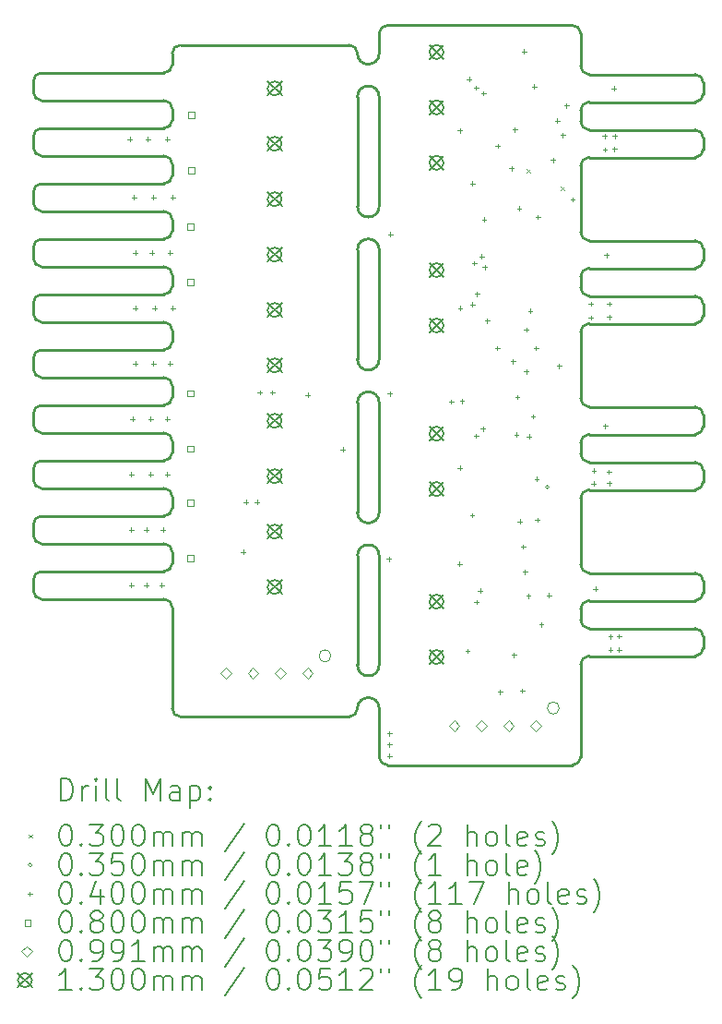
<source format=gbr>
%TF.GenerationSoftware,KiCad,Pcbnew,7.0.11*%
%TF.CreationDate,2025-06-29T11:26:35-04:00*%
%TF.ProjectId,14.1.5 - PMOS - PLC Connector Combined,31342e31-2e35-4202-9d20-504d4f53202d,rev?*%
%TF.SameCoordinates,Original*%
%TF.FileFunction,Drillmap*%
%TF.FilePolarity,Positive*%
%FSLAX45Y45*%
G04 Gerber Fmt 4.5, Leading zero omitted, Abs format (unit mm)*
G04 Created by KiCad (PCBNEW 7.0.11) date 2025-06-29 11:26:35*
%MOMM*%
%LPD*%
G01*
G04 APERTURE LIST*
%ADD10C,0.250000*%
%ADD11C,0.100000*%
%ADD12C,0.200000*%
%ADD13C,0.130000*%
G04 APERTURE END LIST*
D10*
X7124000Y-7599000D02*
X8249000Y-7599000D01*
X10024000Y-11518750D02*
X10024000Y-12520750D01*
X13198999Y-9212051D02*
G75*
G03*
X13124000Y-9137051I-74999J1D01*
G01*
X7049000Y-7778000D02*
X7049000Y-7674000D01*
X8249000Y-11917000D02*
X7124000Y-11917000D01*
X7124000Y-8615000D02*
X8249000Y-8615000D01*
X10224000Y-12520750D02*
X10224000Y-11518750D01*
X7049000Y-11334000D02*
X7049000Y-11230000D01*
X13124000Y-10915051D02*
X12149000Y-10915051D01*
X10024000Y-7312000D02*
X10024000Y-8314000D01*
X7049000Y-11334000D02*
G75*
G03*
X7124000Y-11409000I75000J0D01*
G01*
X13198999Y-12260051D02*
G75*
G03*
X13124000Y-12185051I-74999J1D01*
G01*
X7049000Y-8794000D02*
G75*
G03*
X7124000Y-8869000I75000J0D01*
G01*
X12073999Y-7030051D02*
G75*
G03*
X12149000Y-7105051I75001J1D01*
G01*
X8249000Y-7091000D02*
G75*
G03*
X8324000Y-7016000I0J75000D01*
G01*
X8249000Y-9377000D02*
X7124000Y-9377000D01*
X12074000Y-12006051D02*
X12074000Y-12110051D01*
X12074000Y-7942051D02*
X12074000Y-8554051D01*
X7049000Y-11842000D02*
G75*
G03*
X7124000Y-11917000I75000J0D01*
G01*
X13199000Y-12260051D02*
X13199000Y-12364051D01*
X7124000Y-8615000D02*
G75*
G03*
X7049000Y-8690000I0J-75000D01*
G01*
X7124000Y-11663000D02*
G75*
G03*
X7049000Y-11738000I0J-75000D01*
G01*
X10024000Y-6912000D02*
G75*
G03*
X10224000Y-6912000I100000J0D01*
G01*
X7049000Y-10826000D02*
G75*
G03*
X7124000Y-10901000I75000J0D01*
G01*
X8324000Y-8032000D02*
X8324000Y-7928000D01*
X12073999Y-7538051D02*
G75*
G03*
X12149000Y-7613051I75001J1D01*
G01*
X12073999Y-10586051D02*
G75*
G03*
X12149000Y-10661051I75001J1D01*
G01*
X12149000Y-7867050D02*
G75*
G03*
X12074000Y-7942051I0J-75000D01*
G01*
X8249000Y-10393000D02*
X7124000Y-10393000D01*
X12149000Y-11931050D02*
G75*
G03*
X12074000Y-12006051I0J-75000D01*
G01*
X12149000Y-8629051D02*
X13124000Y-8629051D01*
X13124000Y-7359051D02*
X12149000Y-7359051D01*
X13124000Y-9391051D02*
X12149000Y-9391051D01*
X8249000Y-7599000D02*
G75*
G03*
X8324000Y-7524000I0J75000D01*
G01*
X10024000Y-6912000D02*
G75*
G03*
X9949000Y-6837000I-75000J0D01*
G01*
X8249000Y-7345000D02*
X7124000Y-7345000D01*
X13198999Y-10736051D02*
G75*
G03*
X13124000Y-10661051I-74999J1D01*
G01*
X13199000Y-9212051D02*
X13199000Y-9316051D01*
X10024000Y-8714000D02*
X10024000Y-9716000D01*
X7049000Y-9810000D02*
G75*
G03*
X7124000Y-9885000I75000J0D01*
G01*
X13124000Y-10407051D02*
X12149000Y-10407051D01*
X7049000Y-7778000D02*
G75*
G03*
X7124000Y-7853000I75000J0D01*
G01*
X7049000Y-8794000D02*
X7049000Y-8690000D01*
X8324000Y-11080000D02*
X8324000Y-10976000D01*
X13198999Y-11752051D02*
G75*
G03*
X13124000Y-11677051I-74999J1D01*
G01*
X13124000Y-8883051D02*
X12149000Y-8883051D01*
X7124000Y-11155000D02*
G75*
G03*
X7049000Y-11230000I0J-75000D01*
G01*
X13199000Y-8704051D02*
X13199000Y-8808051D01*
X8324000Y-11484000D02*
G75*
G03*
X8249000Y-11409000I-75000J0D01*
G01*
X10224000Y-10116750D02*
G75*
G03*
X10024000Y-10116750I-100000J0D01*
G01*
X8249000Y-9123000D02*
G75*
G03*
X8324000Y-9048000I0J75000D01*
G01*
X13124000Y-9391050D02*
G75*
G03*
X13199000Y-9316051I0J75000D01*
G01*
X7124000Y-11663000D02*
X8249000Y-11663000D01*
X8249000Y-7853000D02*
X7124000Y-7853000D01*
X8249000Y-10901000D02*
X7124000Y-10901000D01*
X7049000Y-10318000D02*
X7049000Y-10214000D01*
X8324000Y-8944000D02*
G75*
G03*
X8249000Y-8869000I-75000J0D01*
G01*
X12149000Y-9391050D02*
G75*
G03*
X12074000Y-9466051I0J-75000D01*
G01*
X8324000Y-12920750D02*
G75*
G03*
X8399000Y-12995750I75000J0D01*
G01*
X8324000Y-7016000D02*
X8324000Y-6912000D01*
X7049000Y-8286000D02*
G75*
G03*
X7124000Y-8361000I75000J0D01*
G01*
X10224000Y-12920750D02*
G75*
G03*
X10024000Y-12920750I-100000J0D01*
G01*
X10224000Y-11118750D02*
X10224000Y-10116750D01*
X7124000Y-10647000D02*
G75*
G03*
X7049000Y-10722000I0J-75000D01*
G01*
X8249000Y-10647000D02*
G75*
G03*
X8324000Y-10572000I0J75000D01*
G01*
X13198999Y-10228051D02*
G75*
G03*
X13124000Y-10153051I-74999J1D01*
G01*
X10224000Y-9716000D02*
X10224000Y-8714000D01*
X12149000Y-10915050D02*
G75*
G03*
X12074000Y-10990051I0J-75000D01*
G01*
X8249000Y-8361000D02*
X7124000Y-8361000D01*
X8324000Y-10468000D02*
G75*
G03*
X8249000Y-10393000I-75000J0D01*
G01*
X8249000Y-8615000D02*
G75*
G03*
X8324000Y-8540000I0J75000D01*
G01*
X12149000Y-11677051D02*
X13124000Y-11677051D01*
X9949000Y-12995750D02*
X8399000Y-12995750D01*
X12073999Y-6730051D02*
G75*
G03*
X11999000Y-6655051I-74999J1D01*
G01*
X12073999Y-11602051D02*
G75*
G03*
X12149000Y-11677051I75001J1D01*
G01*
X13124000Y-7867050D02*
G75*
G03*
X13199000Y-7792051I0J75000D01*
G01*
X7124000Y-10139000D02*
X8249000Y-10139000D01*
X10224000Y-7312000D02*
G75*
G03*
X10024000Y-7312000I-100000J0D01*
G01*
X10299000Y-6655050D02*
G75*
G03*
X10224000Y-6730051I0J-75000D01*
G01*
X12074000Y-6730051D02*
X12074000Y-7030051D01*
X12073999Y-10078051D02*
G75*
G03*
X12149000Y-10153051I75001J1D01*
G01*
X7049000Y-8286000D02*
X7049000Y-8182000D01*
X13124000Y-11931051D02*
X12149000Y-11931051D01*
X7049000Y-10318000D02*
G75*
G03*
X7124000Y-10393000I75000J0D01*
G01*
X13199000Y-7688051D02*
X13199000Y-7792051D01*
X8324000Y-10976000D02*
G75*
G03*
X8249000Y-10901000I-75000J0D01*
G01*
X12074000Y-10482051D02*
X12074000Y-10586051D01*
X7124000Y-7599000D02*
G75*
G03*
X7049000Y-7674000I0J-75000D01*
G01*
X8249000Y-8107000D02*
G75*
G03*
X8324000Y-8032000I0J75000D01*
G01*
X8324000Y-10064000D02*
X8324000Y-9960000D01*
X12149000Y-7359050D02*
G75*
G03*
X12074000Y-7434051I0J-75000D01*
G01*
X10024000Y-10116750D02*
X10024000Y-11118750D01*
X8324000Y-8436000D02*
G75*
G03*
X8249000Y-8361000I-75000J0D01*
G01*
X7124000Y-11155000D02*
X8249000Y-11155000D01*
X7049000Y-7270000D02*
X7049000Y-7166000D01*
X8324000Y-11992000D02*
G75*
G03*
X8249000Y-11917000I-75000J0D01*
G01*
X12149000Y-10407050D02*
G75*
G03*
X12074000Y-10482051I0J-75000D01*
G01*
X12074000Y-9466051D02*
X12074000Y-10078051D01*
X8324000Y-11588000D02*
X8324000Y-11484000D01*
X13124000Y-11931050D02*
G75*
G03*
X13199000Y-11856051I0J75000D01*
G01*
X10024000Y-11118750D02*
G75*
G03*
X10224000Y-11118750I100000J0D01*
G01*
X7124000Y-10139000D02*
G75*
G03*
X7049000Y-10214000I0J-75000D01*
G01*
X8399000Y-6837000D02*
G75*
G03*
X8324000Y-6912000I0J-75000D01*
G01*
X7049000Y-10826000D02*
X7049000Y-10722000D01*
X13198999Y-7180051D02*
G75*
G03*
X13124000Y-7105051I-74999J1D01*
G01*
X12073999Y-9062051D02*
G75*
G03*
X12149000Y-9137051I75001J1D01*
G01*
X7124000Y-7091000D02*
G75*
G03*
X7049000Y-7166000I0J-75000D01*
G01*
X8324000Y-8540000D02*
X8324000Y-8436000D01*
X12073999Y-8554051D02*
G75*
G03*
X12149000Y-8629051I75001J1D01*
G01*
X7124000Y-9123000D02*
G75*
G03*
X7049000Y-9198000I0J-75000D01*
G01*
X12149000Y-8883050D02*
G75*
G03*
X12074000Y-8958051I0J-75000D01*
G01*
X7124000Y-9631000D02*
G75*
G03*
X7049000Y-9706000I0J-75000D01*
G01*
X7049000Y-9810000D02*
X7049000Y-9706000D01*
X7049000Y-9302000D02*
X7049000Y-9198000D01*
X8324000Y-7420000D02*
G75*
G03*
X8249000Y-7345000I-75000J0D01*
G01*
X8249000Y-11409000D02*
X7124000Y-11409000D01*
X7049000Y-9302000D02*
G75*
G03*
X7124000Y-9377000I75000J0D01*
G01*
X13124000Y-12439050D02*
G75*
G03*
X13199000Y-12364051I0J75000D01*
G01*
X12149000Y-12185051D02*
X13124000Y-12185051D01*
X7049000Y-7270000D02*
G75*
G03*
X7124000Y-7345000I75000J0D01*
G01*
X8324000Y-10572000D02*
X8324000Y-10468000D01*
X10224000Y-6912000D02*
X10224000Y-6730051D01*
X12073999Y-12110051D02*
G75*
G03*
X12149000Y-12185051I75001J1D01*
G01*
X7124000Y-9631000D02*
X8249000Y-9631000D01*
X7124000Y-8107000D02*
G75*
G03*
X7049000Y-8182000I0J-75000D01*
G01*
X12074000Y-8958051D02*
X12074000Y-9062051D01*
X8324000Y-9960000D02*
G75*
G03*
X8249000Y-9885000I-75000J0D01*
G01*
X8249000Y-9885000D02*
X7124000Y-9885000D01*
X10024000Y-8314000D02*
G75*
G03*
X10224000Y-8314000I100000J0D01*
G01*
X11999000Y-13439051D02*
X10299000Y-13439051D01*
X8249000Y-11663000D02*
G75*
G03*
X8324000Y-11588000I0J75000D01*
G01*
X7124000Y-8107000D02*
X8249000Y-8107000D01*
X7124000Y-7091000D02*
X8249000Y-7091000D01*
X8324000Y-7524000D02*
X8324000Y-7420000D01*
X10224000Y-13364051D02*
X10224000Y-12920750D01*
X11999000Y-13439050D02*
G75*
G03*
X12074000Y-13364051I0J75000D01*
G01*
X13124000Y-10407050D02*
G75*
G03*
X13199000Y-10332051I0J75000D01*
G01*
X10224000Y-8714000D02*
G75*
G03*
X10024000Y-8714000I-100000J0D01*
G01*
X8324000Y-9452000D02*
G75*
G03*
X8249000Y-9377000I-75000J0D01*
G01*
X10224000Y-11518750D02*
G75*
G03*
X10024000Y-11518750I-100000J0D01*
G01*
X10024000Y-12520750D02*
G75*
G03*
X10224000Y-12520750I100000J0D01*
G01*
X12074000Y-10990051D02*
X12074000Y-11602051D01*
X9949000Y-12995750D02*
G75*
G03*
X10024000Y-12920750I0J75000D01*
G01*
X12074000Y-7434051D02*
X12074000Y-7538051D01*
X13199000Y-7180051D02*
X13199000Y-7284051D01*
X12149000Y-10153051D02*
X13124000Y-10153051D01*
X10224000Y-8314000D02*
X10224000Y-7312000D01*
X8324000Y-12920750D02*
X8324000Y-11992000D01*
X8249000Y-9631000D02*
G75*
G03*
X8324000Y-9556000I0J75000D01*
G01*
X7049000Y-11842000D02*
X7049000Y-11738000D01*
X8324000Y-9048000D02*
X8324000Y-8944000D01*
X13199000Y-10736051D02*
X13199000Y-10840051D01*
X10223999Y-13364051D02*
G75*
G03*
X10299000Y-13439051I75001J1D01*
G01*
X12149000Y-7613051D02*
X13124000Y-7613051D01*
X13124000Y-12439051D02*
X12149000Y-12439051D01*
X13198999Y-8704051D02*
G75*
G03*
X13124000Y-8629051I-74999J1D01*
G01*
X8249000Y-10139000D02*
G75*
G03*
X8324000Y-10064000I0J75000D01*
G01*
X8324000Y-7928000D02*
G75*
G03*
X8249000Y-7853000I-75000J0D01*
G01*
X8399000Y-6837000D02*
X9949000Y-6837000D01*
X13124000Y-8883050D02*
G75*
G03*
X13199000Y-8808051I0J75000D01*
G01*
X7124000Y-10647000D02*
X8249000Y-10647000D01*
X13199000Y-10228051D02*
X13199000Y-10332051D01*
X13124000Y-7359050D02*
G75*
G03*
X13199000Y-7284051I0J75000D01*
G01*
X13124000Y-10915050D02*
G75*
G03*
X13199000Y-10840051I0J75000D01*
G01*
X12149000Y-12439050D02*
G75*
G03*
X12074000Y-12514051I0J-75000D01*
G01*
X13198999Y-7688051D02*
G75*
G03*
X13124000Y-7613051I-74999J1D01*
G01*
X8324000Y-9556000D02*
X8324000Y-9452000D01*
X12149000Y-9137051D02*
X13124000Y-9137051D01*
X10299000Y-6655051D02*
X11999000Y-6655051D01*
X13124000Y-7867051D02*
X12149000Y-7867051D01*
X8249000Y-11155000D02*
G75*
G03*
X8324000Y-11080000I0J75000D01*
G01*
X13199000Y-11752051D02*
X13199000Y-11856051D01*
X12149000Y-10661051D02*
X13124000Y-10661051D01*
X7124000Y-9123000D02*
X8249000Y-9123000D01*
X8249000Y-8869000D02*
X7124000Y-8869000D01*
X10024000Y-9716000D02*
G75*
G03*
X10224000Y-9716000I100000J0D01*
G01*
X12149000Y-7105051D02*
X13124000Y-7105051D01*
X12074000Y-12514051D02*
X12074000Y-13364051D01*
D11*
X9781000Y-12437000D02*
G75*
G03*
X9671000Y-12437000I-55000J0D01*
G01*
X9671000Y-12437000D02*
G75*
G03*
X9781000Y-12437000I55000J0D01*
G01*
X11877000Y-12916000D02*
G75*
G03*
X11767000Y-12916000I-55000J0D01*
G01*
X11767000Y-12916000D02*
G75*
G03*
X11877000Y-12916000I55000J0D01*
G01*
D12*
D11*
X11580000Y-7974000D02*
X11610000Y-8004000D01*
X11610000Y-7974000D02*
X11580000Y-8004000D01*
X11891012Y-8134762D02*
X11921012Y-8164762D01*
X11921012Y-8134762D02*
X11891012Y-8164762D01*
X11784319Y-10888806D02*
G75*
G03*
X11749319Y-10888806I-17500J0D01*
G01*
X11749319Y-10888806D02*
G75*
G03*
X11784319Y-10888806I17500J0D01*
G01*
X7934425Y-7678022D02*
X7934425Y-7718022D01*
X7914425Y-7698022D02*
X7954425Y-7698022D01*
X7947125Y-10751422D02*
X7947125Y-10791422D01*
X7927125Y-10771422D02*
X7967125Y-10771422D01*
X7947125Y-11259422D02*
X7947125Y-11299422D01*
X7927125Y-11279422D02*
X7967125Y-11279422D01*
X7947125Y-11767422D02*
X7947125Y-11807422D01*
X7927125Y-11787422D02*
X7967125Y-11787422D01*
X7959825Y-10243422D02*
X7959825Y-10283422D01*
X7939825Y-10263422D02*
X7979825Y-10263422D01*
X7972525Y-8211422D02*
X7972525Y-8251422D01*
X7952525Y-8231422D02*
X7992525Y-8231422D01*
X7985225Y-8719422D02*
X7985225Y-8759422D01*
X7965225Y-8739422D02*
X8005225Y-8739422D01*
X7985225Y-9227422D02*
X7985225Y-9267422D01*
X7965225Y-9247422D02*
X8005225Y-9247422D01*
X7985225Y-9735422D02*
X7985225Y-9775422D01*
X7965225Y-9755422D02*
X8005225Y-9755422D01*
X8086825Y-11259422D02*
X8086825Y-11299422D01*
X8066825Y-11279422D02*
X8106825Y-11279422D01*
X8086825Y-11767422D02*
X8086825Y-11807422D01*
X8066825Y-11787422D02*
X8106825Y-11787422D01*
X8099525Y-7678022D02*
X8099525Y-7718022D01*
X8079525Y-7698022D02*
X8119525Y-7698022D01*
X8124925Y-10243422D02*
X8124925Y-10283422D01*
X8104925Y-10263422D02*
X8144925Y-10263422D01*
X8124925Y-10751422D02*
X8124925Y-10791422D01*
X8104925Y-10771422D02*
X8144925Y-10771422D01*
X8137625Y-8719422D02*
X8137625Y-8759422D01*
X8117625Y-8739422D02*
X8157625Y-8739422D01*
X8150325Y-8211422D02*
X8150325Y-8251422D01*
X8130325Y-8231422D02*
X8170325Y-8231422D01*
X8150325Y-9735422D02*
X8150325Y-9775422D01*
X8130325Y-9755422D02*
X8170325Y-9755422D01*
X8163025Y-9227422D02*
X8163025Y-9267422D01*
X8143025Y-9247422D02*
X8183025Y-9247422D01*
X8226525Y-11767422D02*
X8226525Y-11807422D01*
X8206525Y-11787422D02*
X8246525Y-11787422D01*
X8239225Y-11259422D02*
X8239225Y-11299422D01*
X8219225Y-11279422D02*
X8259225Y-11279422D01*
X8277325Y-7678022D02*
X8277325Y-7718022D01*
X8257325Y-7698022D02*
X8297325Y-7698022D01*
X8277325Y-10243422D02*
X8277325Y-10283422D01*
X8257325Y-10263422D02*
X8297325Y-10263422D01*
X8277325Y-10751422D02*
X8277325Y-10791422D01*
X8257325Y-10771422D02*
X8297325Y-10771422D01*
X8302725Y-8719422D02*
X8302725Y-8759422D01*
X8282725Y-8739422D02*
X8322725Y-8739422D01*
X8302725Y-9735422D02*
X8302725Y-9775422D01*
X8282725Y-9755422D02*
X8322725Y-9755422D01*
X8328125Y-8211422D02*
X8328125Y-8251422D01*
X8308125Y-8231422D02*
X8348125Y-8231422D01*
X8328125Y-9227422D02*
X8328125Y-9267422D01*
X8308125Y-9247422D02*
X8348125Y-9247422D01*
X8975815Y-11462622D02*
X8975815Y-11502622D01*
X8955815Y-11482622D02*
X8995815Y-11482622D01*
X9001225Y-11005422D02*
X9001225Y-11045422D01*
X8981225Y-11025422D02*
X9021225Y-11025422D01*
X9102825Y-11005422D02*
X9102825Y-11045422D01*
X9082825Y-11025422D02*
X9122825Y-11025422D01*
X9128225Y-10002122D02*
X9128225Y-10042122D01*
X9108225Y-10022122D02*
X9148225Y-10022122D01*
X9242525Y-10002122D02*
X9242525Y-10042122D01*
X9222525Y-10022122D02*
X9262525Y-10022122D01*
X9567900Y-10024440D02*
X9567900Y-10064440D01*
X9547900Y-10044440D02*
X9587900Y-10044440D01*
X9890225Y-10524000D02*
X9890225Y-10564000D01*
X9870225Y-10544000D02*
X9910225Y-10544000D01*
X10313000Y-11529000D02*
X10313000Y-11569000D01*
X10293000Y-11549000D02*
X10333000Y-11549000D01*
X10318000Y-13128000D02*
X10318000Y-13168000D01*
X10298000Y-13148000D02*
X10338000Y-13148000D01*
X10318000Y-13230000D02*
X10318000Y-13270000D01*
X10298000Y-13250000D02*
X10338000Y-13250000D01*
X10319000Y-13334000D02*
X10319000Y-13374000D01*
X10299000Y-13354000D02*
X10339000Y-13354000D01*
X10320000Y-10012000D02*
X10320000Y-10052000D01*
X10300000Y-10032000D02*
X10340000Y-10032000D01*
X10327000Y-8552000D02*
X10327000Y-8592000D01*
X10307000Y-8572000D02*
X10347000Y-8572000D01*
X10884000Y-10086000D02*
X10884000Y-10126000D01*
X10864000Y-10106000D02*
X10904000Y-10106000D01*
X10961000Y-11575000D02*
X10961000Y-11615000D01*
X10941000Y-11595000D02*
X10981000Y-11595000D01*
X10963000Y-7601000D02*
X10963000Y-7641000D01*
X10943000Y-7621000D02*
X10983000Y-7621000D01*
X10965750Y-10694250D02*
X10965750Y-10734250D01*
X10945750Y-10714250D02*
X10985750Y-10714250D01*
X10968000Y-9230000D02*
X10968000Y-9270000D01*
X10948000Y-9250000D02*
X10988000Y-9250000D01*
X10983000Y-10082000D02*
X10983000Y-10122000D01*
X10963000Y-10102000D02*
X11003000Y-10102000D01*
X11034500Y-12371500D02*
X11034500Y-12411500D01*
X11014500Y-12391500D02*
X11054500Y-12391500D01*
X11049000Y-7128000D02*
X11049000Y-7168000D01*
X11029000Y-7148000D02*
X11069000Y-7148000D01*
X11076000Y-11127000D02*
X11076000Y-11167000D01*
X11056000Y-11147000D02*
X11096000Y-11147000D01*
X11079000Y-9194000D02*
X11079000Y-9234000D01*
X11059000Y-9214000D02*
X11099000Y-9214000D01*
X11079887Y-8084887D02*
X11079887Y-8124887D01*
X11059887Y-8104887D02*
X11099887Y-8104887D01*
X11096000Y-8817000D02*
X11096000Y-8857000D01*
X11076000Y-8837000D02*
X11116000Y-8837000D01*
X11112181Y-7207759D02*
X11112181Y-7247759D01*
X11092181Y-7227759D02*
X11132181Y-7227759D01*
X11115000Y-10400000D02*
X11115000Y-10440000D01*
X11095000Y-10420000D02*
X11135000Y-10420000D01*
X11116000Y-11924000D02*
X11116000Y-11964000D01*
X11096000Y-11944000D02*
X11136000Y-11944000D01*
X11121000Y-9100000D02*
X11121000Y-9140000D01*
X11101000Y-9120000D02*
X11141000Y-9120000D01*
X11150000Y-11818000D02*
X11150000Y-11858000D01*
X11130000Y-11838000D02*
X11170000Y-11838000D01*
X11164000Y-8755000D02*
X11164000Y-8795000D01*
X11144000Y-8775000D02*
X11184000Y-8775000D01*
X11176000Y-10336000D02*
X11176000Y-10376000D01*
X11156000Y-10356000D02*
X11196000Y-10356000D01*
X11180000Y-7259000D02*
X11180000Y-7299000D01*
X11160000Y-7279000D02*
X11200000Y-7279000D01*
X11187000Y-8417000D02*
X11187000Y-8457000D01*
X11167000Y-8437000D02*
X11207000Y-8437000D01*
X11193000Y-8853000D02*
X11193000Y-8893000D01*
X11173000Y-8873000D02*
X11213000Y-8873000D01*
X11216000Y-9345000D02*
X11216000Y-9385000D01*
X11196000Y-9365000D02*
X11236000Y-9365000D01*
X11307000Y-9596000D02*
X11307000Y-9636000D01*
X11287000Y-9616000D02*
X11327000Y-9616000D01*
X11311400Y-7742000D02*
X11311400Y-7782000D01*
X11291400Y-7762000D02*
X11331400Y-7762000D01*
X11334000Y-12747000D02*
X11334000Y-12787000D01*
X11314000Y-12767000D02*
X11354000Y-12767000D01*
X11439000Y-7946000D02*
X11439000Y-7986000D01*
X11419000Y-7966000D02*
X11459000Y-7966000D01*
X11451000Y-9718000D02*
X11451000Y-9758000D01*
X11431000Y-9738000D02*
X11471000Y-9738000D01*
X11462000Y-12408000D02*
X11462000Y-12448000D01*
X11442000Y-12428000D02*
X11482000Y-12428000D01*
X11470000Y-7592000D02*
X11470000Y-7632000D01*
X11450000Y-7612000D02*
X11490000Y-7612000D01*
X11483000Y-10390000D02*
X11483000Y-10430000D01*
X11463000Y-10410000D02*
X11503000Y-10410000D01*
X11491000Y-10043500D02*
X11491000Y-10083500D01*
X11471000Y-10063500D02*
X11511000Y-10063500D01*
X11509067Y-8313933D02*
X11509067Y-8353933D01*
X11489067Y-8333933D02*
X11529067Y-8333933D01*
X11515000Y-11184000D02*
X11515000Y-11224000D01*
X11495000Y-11204000D02*
X11535000Y-11204000D01*
X11536000Y-12736000D02*
X11536000Y-12776000D01*
X11516000Y-12756000D02*
X11556000Y-12756000D01*
X11544000Y-11416000D02*
X11544000Y-11456000D01*
X11524000Y-11436000D02*
X11564000Y-11436000D01*
X11555000Y-6874000D02*
X11555000Y-6914000D01*
X11535000Y-6894000D02*
X11575000Y-6894000D01*
X11561400Y-11645600D02*
X11561400Y-11685600D01*
X11541400Y-11665600D02*
X11581400Y-11665600D01*
X11573000Y-9424913D02*
X11573000Y-9464913D01*
X11553000Y-9444913D02*
X11593000Y-9444913D01*
X11575000Y-9811000D02*
X11575000Y-9851000D01*
X11555000Y-9831000D02*
X11595000Y-9831000D01*
X11593000Y-11867000D02*
X11593000Y-11907000D01*
X11573000Y-11887000D02*
X11613000Y-11887000D01*
X11600000Y-10404000D02*
X11600000Y-10444000D01*
X11580000Y-10424000D02*
X11620000Y-10424000D01*
X11610113Y-9254113D02*
X11610113Y-9294113D01*
X11590113Y-9274113D02*
X11630113Y-9274113D01*
X11636000Y-10222000D02*
X11636000Y-10262000D01*
X11616000Y-10242000D02*
X11656000Y-10242000D01*
X11648000Y-7198000D02*
X11648000Y-7238000D01*
X11628000Y-7218000D02*
X11668000Y-7218000D01*
X11663000Y-9596000D02*
X11663000Y-9636000D01*
X11643000Y-9616000D02*
X11683000Y-9616000D01*
X11670000Y-10796000D02*
X11670000Y-10836000D01*
X11650000Y-10816000D02*
X11690000Y-10816000D01*
X11676000Y-11169000D02*
X11676000Y-11209000D01*
X11656000Y-11189000D02*
X11696000Y-11189000D01*
X11681000Y-8393000D02*
X11681000Y-8433000D01*
X11661000Y-8413000D02*
X11701000Y-8413000D01*
X11711000Y-12131000D02*
X11711000Y-12171000D01*
X11691000Y-12151000D02*
X11731000Y-12151000D01*
X11783113Y-11860887D02*
X11783113Y-11900887D01*
X11763113Y-11880887D02*
X11803113Y-11880887D01*
X11820503Y-7870600D02*
X11820503Y-7910600D01*
X11800503Y-7890600D02*
X11840503Y-7890600D01*
X11858126Y-7508674D02*
X11858126Y-7548674D01*
X11838126Y-7528674D02*
X11878126Y-7528674D01*
X11876000Y-9758000D02*
X11876000Y-9798000D01*
X11856000Y-9778000D02*
X11896000Y-9778000D01*
X11908893Y-7642107D02*
X11908893Y-7682107D01*
X11888893Y-7662107D02*
X11928893Y-7662107D01*
X11942626Y-7370000D02*
X11942626Y-7410000D01*
X11922626Y-7390000D02*
X11962626Y-7390000D01*
X11999000Y-8232000D02*
X11999000Y-8272000D01*
X11979000Y-8252000D02*
X12019000Y-8252000D01*
X12168000Y-9190000D02*
X12168000Y-9230000D01*
X12148000Y-9210000D02*
X12188000Y-9210000D01*
X12168000Y-9315000D02*
X12168000Y-9355000D01*
X12148000Y-9335000D02*
X12188000Y-9335000D01*
X12193000Y-10838000D02*
X12193000Y-10878000D01*
X12173000Y-10858000D02*
X12213000Y-10858000D01*
X12195000Y-10719000D02*
X12195000Y-10759000D01*
X12175000Y-10739000D02*
X12215000Y-10739000D01*
X12208000Y-11801000D02*
X12208000Y-11841000D01*
X12188000Y-11821000D02*
X12228000Y-11821000D01*
X12293000Y-7650000D02*
X12293000Y-7690000D01*
X12273000Y-7670000D02*
X12313000Y-7670000D01*
X12296000Y-7776000D02*
X12296000Y-7816000D01*
X12276000Y-7796000D02*
X12316000Y-7796000D01*
X12298000Y-10309000D02*
X12298000Y-10349000D01*
X12278000Y-10329000D02*
X12318000Y-10329000D01*
X12312000Y-8744000D02*
X12312000Y-8784000D01*
X12292000Y-8764000D02*
X12332000Y-8764000D01*
X12333000Y-10729000D02*
X12333000Y-10769000D01*
X12313000Y-10749000D02*
X12353000Y-10749000D01*
X12335000Y-9190000D02*
X12335000Y-9230000D01*
X12315000Y-9210000D02*
X12355000Y-9210000D01*
X12335000Y-9311000D02*
X12335000Y-9351000D01*
X12315000Y-9331000D02*
X12355000Y-9331000D01*
X12335000Y-10835000D02*
X12335000Y-10875000D01*
X12315000Y-10855000D02*
X12355000Y-10855000D01*
X12346000Y-12362000D02*
X12346000Y-12402000D01*
X12326000Y-12382000D02*
X12366000Y-12382000D01*
X12347000Y-12241000D02*
X12347000Y-12281000D01*
X12327000Y-12261000D02*
X12367000Y-12261000D01*
X12378000Y-7214000D02*
X12378000Y-7254000D01*
X12358000Y-7234000D02*
X12398000Y-7234000D01*
X12385000Y-7769000D02*
X12385000Y-7809000D01*
X12365000Y-7789000D02*
X12405000Y-7789000D01*
X12388000Y-7650000D02*
X12388000Y-7690000D01*
X12368000Y-7670000D02*
X12408000Y-7670000D01*
X12425000Y-12360000D02*
X12425000Y-12400000D01*
X12405000Y-12380000D02*
X12445000Y-12380000D01*
X12426000Y-12237000D02*
X12426000Y-12277000D01*
X12406000Y-12257000D02*
X12446000Y-12257000D01*
X8516110Y-11059507D02*
X8516110Y-11002938D01*
X8459541Y-11002938D01*
X8459541Y-11059507D01*
X8516110Y-11059507D01*
X8516110Y-11567507D02*
X8516110Y-11510938D01*
X8459541Y-11510938D01*
X8459541Y-11567507D01*
X8516110Y-11567507D01*
X8520110Y-8528507D02*
X8520110Y-8471938D01*
X8463541Y-8471938D01*
X8463541Y-8528507D01*
X8520110Y-8528507D01*
X8520110Y-9036507D02*
X8520110Y-8979938D01*
X8463541Y-8979938D01*
X8463541Y-9036507D01*
X8520110Y-9036507D01*
X8520110Y-10058007D02*
X8520110Y-10001438D01*
X8463541Y-10001438D01*
X8463541Y-10058007D01*
X8520110Y-10058007D01*
X8520110Y-10566007D02*
X8520110Y-10509438D01*
X8463541Y-10509438D01*
X8463541Y-10566007D01*
X8520110Y-10566007D01*
X8529110Y-7506507D02*
X8529110Y-7449938D01*
X8472541Y-7449938D01*
X8472541Y-7506507D01*
X8529110Y-7506507D01*
X8529110Y-8014507D02*
X8529110Y-7957938D01*
X8472541Y-7957938D01*
X8472541Y-8014507D01*
X8529110Y-8014507D01*
X8816000Y-12646530D02*
X8865530Y-12597000D01*
X8816000Y-12547470D01*
X8766470Y-12597000D01*
X8816000Y-12646530D01*
X9066000Y-12646530D02*
X9115530Y-12597000D01*
X9066000Y-12547470D01*
X9016470Y-12597000D01*
X9066000Y-12646530D01*
X9316000Y-12646530D02*
X9365530Y-12597000D01*
X9316000Y-12547470D01*
X9266470Y-12597000D01*
X9316000Y-12646530D01*
X9566000Y-12646530D02*
X9615530Y-12597000D01*
X9566000Y-12547470D01*
X9516470Y-12597000D01*
X9566000Y-12646530D01*
X10912000Y-13125530D02*
X10961530Y-13076000D01*
X10912000Y-13026470D01*
X10862470Y-13076000D01*
X10912000Y-13125530D01*
X11162000Y-13125530D02*
X11211530Y-13076000D01*
X11162000Y-13026470D01*
X11112470Y-13076000D01*
X11162000Y-13125530D01*
X11412000Y-13125530D02*
X11461530Y-13076000D01*
X11412000Y-13026470D01*
X11362470Y-13076000D01*
X11412000Y-13125530D01*
X11662000Y-13125530D02*
X11711530Y-13076000D01*
X11662000Y-13026470D01*
X11612470Y-13076000D01*
X11662000Y-13125530D01*
D13*
X9199000Y-7169000D02*
X9329000Y-7299000D01*
X9329000Y-7169000D02*
X9199000Y-7299000D01*
X9329000Y-7234000D02*
G75*
G03*
X9199000Y-7234000I-65000J0D01*
G01*
X9199000Y-7234000D02*
G75*
G03*
X9329000Y-7234000I65000J0D01*
G01*
X9199000Y-7677000D02*
X9329000Y-7807000D01*
X9329000Y-7677000D02*
X9199000Y-7807000D01*
X9329000Y-7742000D02*
G75*
G03*
X9199000Y-7742000I-65000J0D01*
G01*
X9199000Y-7742000D02*
G75*
G03*
X9329000Y-7742000I65000J0D01*
G01*
X9199000Y-8185000D02*
X9329000Y-8315000D01*
X9329000Y-8185000D02*
X9199000Y-8315000D01*
X9329000Y-8250000D02*
G75*
G03*
X9199000Y-8250000I-65000J0D01*
G01*
X9199000Y-8250000D02*
G75*
G03*
X9329000Y-8250000I65000J0D01*
G01*
X9199000Y-8693000D02*
X9329000Y-8823000D01*
X9329000Y-8693000D02*
X9199000Y-8823000D01*
X9329000Y-8758000D02*
G75*
G03*
X9199000Y-8758000I-65000J0D01*
G01*
X9199000Y-8758000D02*
G75*
G03*
X9329000Y-8758000I65000J0D01*
G01*
X9199000Y-9201000D02*
X9329000Y-9331000D01*
X9329000Y-9201000D02*
X9199000Y-9331000D01*
X9329000Y-9266000D02*
G75*
G03*
X9199000Y-9266000I-65000J0D01*
G01*
X9199000Y-9266000D02*
G75*
G03*
X9329000Y-9266000I65000J0D01*
G01*
X9199000Y-9709000D02*
X9329000Y-9839000D01*
X9329000Y-9709000D02*
X9199000Y-9839000D01*
X9329000Y-9774000D02*
G75*
G03*
X9199000Y-9774000I-65000J0D01*
G01*
X9199000Y-9774000D02*
G75*
G03*
X9329000Y-9774000I65000J0D01*
G01*
X9199000Y-10217000D02*
X9329000Y-10347000D01*
X9329000Y-10217000D02*
X9199000Y-10347000D01*
X9329000Y-10282000D02*
G75*
G03*
X9199000Y-10282000I-65000J0D01*
G01*
X9199000Y-10282000D02*
G75*
G03*
X9329000Y-10282000I65000J0D01*
G01*
X9199000Y-10725000D02*
X9329000Y-10855000D01*
X9329000Y-10725000D02*
X9199000Y-10855000D01*
X9329000Y-10790000D02*
G75*
G03*
X9199000Y-10790000I-65000J0D01*
G01*
X9199000Y-10790000D02*
G75*
G03*
X9329000Y-10790000I65000J0D01*
G01*
X9199000Y-11233000D02*
X9329000Y-11363000D01*
X9329000Y-11233000D02*
X9199000Y-11363000D01*
X9329000Y-11298000D02*
G75*
G03*
X9199000Y-11298000I-65000J0D01*
G01*
X9199000Y-11298000D02*
G75*
G03*
X9329000Y-11298000I65000J0D01*
G01*
X9199000Y-11741000D02*
X9329000Y-11871000D01*
X9329000Y-11741000D02*
X9199000Y-11871000D01*
X9329000Y-11806000D02*
G75*
G03*
X9199000Y-11806000I-65000J0D01*
G01*
X9199000Y-11806000D02*
G75*
G03*
X9329000Y-11806000I65000J0D01*
G01*
X10685000Y-6835000D02*
X10815000Y-6965000D01*
X10815000Y-6835000D02*
X10685000Y-6965000D01*
X10815000Y-6900000D02*
G75*
G03*
X10685000Y-6900000I-65000J0D01*
G01*
X10685000Y-6900000D02*
G75*
G03*
X10815000Y-6900000I65000J0D01*
G01*
X10685000Y-7343000D02*
X10815000Y-7473000D01*
X10815000Y-7343000D02*
X10685000Y-7473000D01*
X10815000Y-7408000D02*
G75*
G03*
X10685000Y-7408000I-65000J0D01*
G01*
X10685000Y-7408000D02*
G75*
G03*
X10815000Y-7408000I65000J0D01*
G01*
X10685000Y-7851000D02*
X10815000Y-7981000D01*
X10815000Y-7851000D02*
X10685000Y-7981000D01*
X10815000Y-7916000D02*
G75*
G03*
X10685000Y-7916000I-65000J0D01*
G01*
X10685000Y-7916000D02*
G75*
G03*
X10815000Y-7916000I65000J0D01*
G01*
X10685000Y-8835000D02*
X10815000Y-8965000D01*
X10815000Y-8835000D02*
X10685000Y-8965000D01*
X10815000Y-8900000D02*
G75*
G03*
X10685000Y-8900000I-65000J0D01*
G01*
X10685000Y-8900000D02*
G75*
G03*
X10815000Y-8900000I65000J0D01*
G01*
X10685000Y-9343000D02*
X10815000Y-9473000D01*
X10815000Y-9343000D02*
X10685000Y-9473000D01*
X10815000Y-9408000D02*
G75*
G03*
X10685000Y-9408000I-65000J0D01*
G01*
X10685000Y-9408000D02*
G75*
G03*
X10815000Y-9408000I65000J0D01*
G01*
X10685000Y-10335000D02*
X10815000Y-10465000D01*
X10815000Y-10335000D02*
X10685000Y-10465000D01*
X10815000Y-10400000D02*
G75*
G03*
X10685000Y-10400000I-65000J0D01*
G01*
X10685000Y-10400000D02*
G75*
G03*
X10815000Y-10400000I65000J0D01*
G01*
X10685000Y-10843000D02*
X10815000Y-10973000D01*
X10815000Y-10843000D02*
X10685000Y-10973000D01*
X10815000Y-10908000D02*
G75*
G03*
X10685000Y-10908000I-65000J0D01*
G01*
X10685000Y-10908000D02*
G75*
G03*
X10815000Y-10908000I65000J0D01*
G01*
X10685000Y-11875000D02*
X10815000Y-12005000D01*
X10815000Y-11875000D02*
X10685000Y-12005000D01*
X10815000Y-11940000D02*
G75*
G03*
X10685000Y-11940000I-65000J0D01*
G01*
X10685000Y-11940000D02*
G75*
G03*
X10815000Y-11940000I65000J0D01*
G01*
X10685000Y-12383000D02*
X10815000Y-12513000D01*
X10815000Y-12383000D02*
X10685000Y-12513000D01*
X10815000Y-12448000D02*
G75*
G03*
X10685000Y-12448000I-65000J0D01*
G01*
X10685000Y-12448000D02*
G75*
G03*
X10815000Y-12448000I65000J0D01*
G01*
D12*
X7297277Y-13763035D02*
X7297277Y-13563035D01*
X7297277Y-13563035D02*
X7344896Y-13563035D01*
X7344896Y-13563035D02*
X7373467Y-13572559D01*
X7373467Y-13572559D02*
X7392515Y-13591606D01*
X7392515Y-13591606D02*
X7402039Y-13610654D01*
X7402039Y-13610654D02*
X7411562Y-13648749D01*
X7411562Y-13648749D02*
X7411562Y-13677320D01*
X7411562Y-13677320D02*
X7402039Y-13715416D01*
X7402039Y-13715416D02*
X7392515Y-13734463D01*
X7392515Y-13734463D02*
X7373467Y-13753511D01*
X7373467Y-13753511D02*
X7344896Y-13763035D01*
X7344896Y-13763035D02*
X7297277Y-13763035D01*
X7497277Y-13763035D02*
X7497277Y-13629701D01*
X7497277Y-13667797D02*
X7506801Y-13648749D01*
X7506801Y-13648749D02*
X7516324Y-13639225D01*
X7516324Y-13639225D02*
X7535372Y-13629701D01*
X7535372Y-13629701D02*
X7554420Y-13629701D01*
X7621086Y-13763035D02*
X7621086Y-13629701D01*
X7621086Y-13563035D02*
X7611562Y-13572559D01*
X7611562Y-13572559D02*
X7621086Y-13582082D01*
X7621086Y-13582082D02*
X7630610Y-13572559D01*
X7630610Y-13572559D02*
X7621086Y-13563035D01*
X7621086Y-13563035D02*
X7621086Y-13582082D01*
X7744896Y-13763035D02*
X7725848Y-13753511D01*
X7725848Y-13753511D02*
X7716324Y-13734463D01*
X7716324Y-13734463D02*
X7716324Y-13563035D01*
X7849658Y-13763035D02*
X7830610Y-13753511D01*
X7830610Y-13753511D02*
X7821086Y-13734463D01*
X7821086Y-13734463D02*
X7821086Y-13563035D01*
X8078229Y-13763035D02*
X8078229Y-13563035D01*
X8078229Y-13563035D02*
X8144896Y-13705892D01*
X8144896Y-13705892D02*
X8211562Y-13563035D01*
X8211562Y-13563035D02*
X8211562Y-13763035D01*
X8392515Y-13763035D02*
X8392515Y-13658273D01*
X8392515Y-13658273D02*
X8382991Y-13639225D01*
X8382991Y-13639225D02*
X8363943Y-13629701D01*
X8363943Y-13629701D02*
X8325848Y-13629701D01*
X8325848Y-13629701D02*
X8306801Y-13639225D01*
X8392515Y-13753511D02*
X8373467Y-13763035D01*
X8373467Y-13763035D02*
X8325848Y-13763035D01*
X8325848Y-13763035D02*
X8306801Y-13753511D01*
X8306801Y-13753511D02*
X8297277Y-13734463D01*
X8297277Y-13734463D02*
X8297277Y-13715416D01*
X8297277Y-13715416D02*
X8306801Y-13696368D01*
X8306801Y-13696368D02*
X8325848Y-13686844D01*
X8325848Y-13686844D02*
X8373467Y-13686844D01*
X8373467Y-13686844D02*
X8392515Y-13677320D01*
X8487753Y-13629701D02*
X8487753Y-13829701D01*
X8487753Y-13639225D02*
X8506801Y-13629701D01*
X8506801Y-13629701D02*
X8544896Y-13629701D01*
X8544896Y-13629701D02*
X8563944Y-13639225D01*
X8563944Y-13639225D02*
X8573467Y-13648749D01*
X8573467Y-13648749D02*
X8582991Y-13667797D01*
X8582991Y-13667797D02*
X8582991Y-13724939D01*
X8582991Y-13724939D02*
X8573467Y-13743987D01*
X8573467Y-13743987D02*
X8563944Y-13753511D01*
X8563944Y-13753511D02*
X8544896Y-13763035D01*
X8544896Y-13763035D02*
X8506801Y-13763035D01*
X8506801Y-13763035D02*
X8487753Y-13753511D01*
X8668705Y-13743987D02*
X8678229Y-13753511D01*
X8678229Y-13753511D02*
X8668705Y-13763035D01*
X8668705Y-13763035D02*
X8659182Y-13753511D01*
X8659182Y-13753511D02*
X8668705Y-13743987D01*
X8668705Y-13743987D02*
X8668705Y-13763035D01*
X8668705Y-13639225D02*
X8678229Y-13648749D01*
X8678229Y-13648749D02*
X8668705Y-13658273D01*
X8668705Y-13658273D02*
X8659182Y-13648749D01*
X8659182Y-13648749D02*
X8668705Y-13639225D01*
X8668705Y-13639225D02*
X8668705Y-13658273D01*
D11*
X7006500Y-14076551D02*
X7036500Y-14106551D01*
X7036500Y-14076551D02*
X7006500Y-14106551D01*
D12*
X7335372Y-13983035D02*
X7354420Y-13983035D01*
X7354420Y-13983035D02*
X7373467Y-13992559D01*
X7373467Y-13992559D02*
X7382991Y-14002082D01*
X7382991Y-14002082D02*
X7392515Y-14021130D01*
X7392515Y-14021130D02*
X7402039Y-14059225D01*
X7402039Y-14059225D02*
X7402039Y-14106844D01*
X7402039Y-14106844D02*
X7392515Y-14144939D01*
X7392515Y-14144939D02*
X7382991Y-14163987D01*
X7382991Y-14163987D02*
X7373467Y-14173511D01*
X7373467Y-14173511D02*
X7354420Y-14183035D01*
X7354420Y-14183035D02*
X7335372Y-14183035D01*
X7335372Y-14183035D02*
X7316324Y-14173511D01*
X7316324Y-14173511D02*
X7306801Y-14163987D01*
X7306801Y-14163987D02*
X7297277Y-14144939D01*
X7297277Y-14144939D02*
X7287753Y-14106844D01*
X7287753Y-14106844D02*
X7287753Y-14059225D01*
X7287753Y-14059225D02*
X7297277Y-14021130D01*
X7297277Y-14021130D02*
X7306801Y-14002082D01*
X7306801Y-14002082D02*
X7316324Y-13992559D01*
X7316324Y-13992559D02*
X7335372Y-13983035D01*
X7487753Y-14163987D02*
X7497277Y-14173511D01*
X7497277Y-14173511D02*
X7487753Y-14183035D01*
X7487753Y-14183035D02*
X7478229Y-14173511D01*
X7478229Y-14173511D02*
X7487753Y-14163987D01*
X7487753Y-14163987D02*
X7487753Y-14183035D01*
X7563943Y-13983035D02*
X7687753Y-13983035D01*
X7687753Y-13983035D02*
X7621086Y-14059225D01*
X7621086Y-14059225D02*
X7649658Y-14059225D01*
X7649658Y-14059225D02*
X7668705Y-14068749D01*
X7668705Y-14068749D02*
X7678229Y-14078273D01*
X7678229Y-14078273D02*
X7687753Y-14097320D01*
X7687753Y-14097320D02*
X7687753Y-14144939D01*
X7687753Y-14144939D02*
X7678229Y-14163987D01*
X7678229Y-14163987D02*
X7668705Y-14173511D01*
X7668705Y-14173511D02*
X7649658Y-14183035D01*
X7649658Y-14183035D02*
X7592515Y-14183035D01*
X7592515Y-14183035D02*
X7573467Y-14173511D01*
X7573467Y-14173511D02*
X7563943Y-14163987D01*
X7811562Y-13983035D02*
X7830610Y-13983035D01*
X7830610Y-13983035D02*
X7849658Y-13992559D01*
X7849658Y-13992559D02*
X7859182Y-14002082D01*
X7859182Y-14002082D02*
X7868705Y-14021130D01*
X7868705Y-14021130D02*
X7878229Y-14059225D01*
X7878229Y-14059225D02*
X7878229Y-14106844D01*
X7878229Y-14106844D02*
X7868705Y-14144939D01*
X7868705Y-14144939D02*
X7859182Y-14163987D01*
X7859182Y-14163987D02*
X7849658Y-14173511D01*
X7849658Y-14173511D02*
X7830610Y-14183035D01*
X7830610Y-14183035D02*
X7811562Y-14183035D01*
X7811562Y-14183035D02*
X7792515Y-14173511D01*
X7792515Y-14173511D02*
X7782991Y-14163987D01*
X7782991Y-14163987D02*
X7773467Y-14144939D01*
X7773467Y-14144939D02*
X7763943Y-14106844D01*
X7763943Y-14106844D02*
X7763943Y-14059225D01*
X7763943Y-14059225D02*
X7773467Y-14021130D01*
X7773467Y-14021130D02*
X7782991Y-14002082D01*
X7782991Y-14002082D02*
X7792515Y-13992559D01*
X7792515Y-13992559D02*
X7811562Y-13983035D01*
X8002039Y-13983035D02*
X8021086Y-13983035D01*
X8021086Y-13983035D02*
X8040134Y-13992559D01*
X8040134Y-13992559D02*
X8049658Y-14002082D01*
X8049658Y-14002082D02*
X8059182Y-14021130D01*
X8059182Y-14021130D02*
X8068705Y-14059225D01*
X8068705Y-14059225D02*
X8068705Y-14106844D01*
X8068705Y-14106844D02*
X8059182Y-14144939D01*
X8059182Y-14144939D02*
X8049658Y-14163987D01*
X8049658Y-14163987D02*
X8040134Y-14173511D01*
X8040134Y-14173511D02*
X8021086Y-14183035D01*
X8021086Y-14183035D02*
X8002039Y-14183035D01*
X8002039Y-14183035D02*
X7982991Y-14173511D01*
X7982991Y-14173511D02*
X7973467Y-14163987D01*
X7973467Y-14163987D02*
X7963943Y-14144939D01*
X7963943Y-14144939D02*
X7954420Y-14106844D01*
X7954420Y-14106844D02*
X7954420Y-14059225D01*
X7954420Y-14059225D02*
X7963943Y-14021130D01*
X7963943Y-14021130D02*
X7973467Y-14002082D01*
X7973467Y-14002082D02*
X7982991Y-13992559D01*
X7982991Y-13992559D02*
X8002039Y-13983035D01*
X8154420Y-14183035D02*
X8154420Y-14049701D01*
X8154420Y-14068749D02*
X8163943Y-14059225D01*
X8163943Y-14059225D02*
X8182991Y-14049701D01*
X8182991Y-14049701D02*
X8211563Y-14049701D01*
X8211563Y-14049701D02*
X8230610Y-14059225D01*
X8230610Y-14059225D02*
X8240134Y-14078273D01*
X8240134Y-14078273D02*
X8240134Y-14183035D01*
X8240134Y-14078273D02*
X8249658Y-14059225D01*
X8249658Y-14059225D02*
X8268705Y-14049701D01*
X8268705Y-14049701D02*
X8297277Y-14049701D01*
X8297277Y-14049701D02*
X8316324Y-14059225D01*
X8316324Y-14059225D02*
X8325848Y-14078273D01*
X8325848Y-14078273D02*
X8325848Y-14183035D01*
X8421086Y-14183035D02*
X8421086Y-14049701D01*
X8421086Y-14068749D02*
X8430610Y-14059225D01*
X8430610Y-14059225D02*
X8449658Y-14049701D01*
X8449658Y-14049701D02*
X8478229Y-14049701D01*
X8478229Y-14049701D02*
X8497277Y-14059225D01*
X8497277Y-14059225D02*
X8506801Y-14078273D01*
X8506801Y-14078273D02*
X8506801Y-14183035D01*
X8506801Y-14078273D02*
X8516325Y-14059225D01*
X8516325Y-14059225D02*
X8535372Y-14049701D01*
X8535372Y-14049701D02*
X8563944Y-14049701D01*
X8563944Y-14049701D02*
X8582991Y-14059225D01*
X8582991Y-14059225D02*
X8592515Y-14078273D01*
X8592515Y-14078273D02*
X8592515Y-14183035D01*
X8982991Y-13973511D02*
X8811563Y-14230654D01*
X9240134Y-13983035D02*
X9259182Y-13983035D01*
X9259182Y-13983035D02*
X9278229Y-13992559D01*
X9278229Y-13992559D02*
X9287753Y-14002082D01*
X9287753Y-14002082D02*
X9297277Y-14021130D01*
X9297277Y-14021130D02*
X9306801Y-14059225D01*
X9306801Y-14059225D02*
X9306801Y-14106844D01*
X9306801Y-14106844D02*
X9297277Y-14144939D01*
X9297277Y-14144939D02*
X9287753Y-14163987D01*
X9287753Y-14163987D02*
X9278229Y-14173511D01*
X9278229Y-14173511D02*
X9259182Y-14183035D01*
X9259182Y-14183035D02*
X9240134Y-14183035D01*
X9240134Y-14183035D02*
X9221087Y-14173511D01*
X9221087Y-14173511D02*
X9211563Y-14163987D01*
X9211563Y-14163987D02*
X9202039Y-14144939D01*
X9202039Y-14144939D02*
X9192515Y-14106844D01*
X9192515Y-14106844D02*
X9192515Y-14059225D01*
X9192515Y-14059225D02*
X9202039Y-14021130D01*
X9202039Y-14021130D02*
X9211563Y-14002082D01*
X9211563Y-14002082D02*
X9221087Y-13992559D01*
X9221087Y-13992559D02*
X9240134Y-13983035D01*
X9392515Y-14163987D02*
X9402039Y-14173511D01*
X9402039Y-14173511D02*
X9392515Y-14183035D01*
X9392515Y-14183035D02*
X9382991Y-14173511D01*
X9382991Y-14173511D02*
X9392515Y-14163987D01*
X9392515Y-14163987D02*
X9392515Y-14183035D01*
X9525848Y-13983035D02*
X9544896Y-13983035D01*
X9544896Y-13983035D02*
X9563944Y-13992559D01*
X9563944Y-13992559D02*
X9573468Y-14002082D01*
X9573468Y-14002082D02*
X9582991Y-14021130D01*
X9582991Y-14021130D02*
X9592515Y-14059225D01*
X9592515Y-14059225D02*
X9592515Y-14106844D01*
X9592515Y-14106844D02*
X9582991Y-14144939D01*
X9582991Y-14144939D02*
X9573468Y-14163987D01*
X9573468Y-14163987D02*
X9563944Y-14173511D01*
X9563944Y-14173511D02*
X9544896Y-14183035D01*
X9544896Y-14183035D02*
X9525848Y-14183035D01*
X9525848Y-14183035D02*
X9506801Y-14173511D01*
X9506801Y-14173511D02*
X9497277Y-14163987D01*
X9497277Y-14163987D02*
X9487753Y-14144939D01*
X9487753Y-14144939D02*
X9478229Y-14106844D01*
X9478229Y-14106844D02*
X9478229Y-14059225D01*
X9478229Y-14059225D02*
X9487753Y-14021130D01*
X9487753Y-14021130D02*
X9497277Y-14002082D01*
X9497277Y-14002082D02*
X9506801Y-13992559D01*
X9506801Y-13992559D02*
X9525848Y-13983035D01*
X9782991Y-14183035D02*
X9668706Y-14183035D01*
X9725848Y-14183035D02*
X9725848Y-13983035D01*
X9725848Y-13983035D02*
X9706801Y-14011606D01*
X9706801Y-14011606D02*
X9687753Y-14030654D01*
X9687753Y-14030654D02*
X9668706Y-14040178D01*
X9973468Y-14183035D02*
X9859182Y-14183035D01*
X9916325Y-14183035D02*
X9916325Y-13983035D01*
X9916325Y-13983035D02*
X9897277Y-14011606D01*
X9897277Y-14011606D02*
X9878229Y-14030654D01*
X9878229Y-14030654D02*
X9859182Y-14040178D01*
X10087753Y-14068749D02*
X10068706Y-14059225D01*
X10068706Y-14059225D02*
X10059182Y-14049701D01*
X10059182Y-14049701D02*
X10049658Y-14030654D01*
X10049658Y-14030654D02*
X10049658Y-14021130D01*
X10049658Y-14021130D02*
X10059182Y-14002082D01*
X10059182Y-14002082D02*
X10068706Y-13992559D01*
X10068706Y-13992559D02*
X10087753Y-13983035D01*
X10087753Y-13983035D02*
X10125849Y-13983035D01*
X10125849Y-13983035D02*
X10144896Y-13992559D01*
X10144896Y-13992559D02*
X10154420Y-14002082D01*
X10154420Y-14002082D02*
X10163944Y-14021130D01*
X10163944Y-14021130D02*
X10163944Y-14030654D01*
X10163944Y-14030654D02*
X10154420Y-14049701D01*
X10154420Y-14049701D02*
X10144896Y-14059225D01*
X10144896Y-14059225D02*
X10125849Y-14068749D01*
X10125849Y-14068749D02*
X10087753Y-14068749D01*
X10087753Y-14068749D02*
X10068706Y-14078273D01*
X10068706Y-14078273D02*
X10059182Y-14087797D01*
X10059182Y-14087797D02*
X10049658Y-14106844D01*
X10049658Y-14106844D02*
X10049658Y-14144939D01*
X10049658Y-14144939D02*
X10059182Y-14163987D01*
X10059182Y-14163987D02*
X10068706Y-14173511D01*
X10068706Y-14173511D02*
X10087753Y-14183035D01*
X10087753Y-14183035D02*
X10125849Y-14183035D01*
X10125849Y-14183035D02*
X10144896Y-14173511D01*
X10144896Y-14173511D02*
X10154420Y-14163987D01*
X10154420Y-14163987D02*
X10163944Y-14144939D01*
X10163944Y-14144939D02*
X10163944Y-14106844D01*
X10163944Y-14106844D02*
X10154420Y-14087797D01*
X10154420Y-14087797D02*
X10144896Y-14078273D01*
X10144896Y-14078273D02*
X10125849Y-14068749D01*
X10240134Y-13983035D02*
X10240134Y-14021130D01*
X10316325Y-13983035D02*
X10316325Y-14021130D01*
X10611563Y-14259225D02*
X10602039Y-14249701D01*
X10602039Y-14249701D02*
X10582991Y-14221130D01*
X10582991Y-14221130D02*
X10573468Y-14202082D01*
X10573468Y-14202082D02*
X10563944Y-14173511D01*
X10563944Y-14173511D02*
X10554420Y-14125892D01*
X10554420Y-14125892D02*
X10554420Y-14087797D01*
X10554420Y-14087797D02*
X10563944Y-14040178D01*
X10563944Y-14040178D02*
X10573468Y-14011606D01*
X10573468Y-14011606D02*
X10582991Y-13992559D01*
X10582991Y-13992559D02*
X10602039Y-13963987D01*
X10602039Y-13963987D02*
X10611563Y-13954463D01*
X10678230Y-14002082D02*
X10687753Y-13992559D01*
X10687753Y-13992559D02*
X10706801Y-13983035D01*
X10706801Y-13983035D02*
X10754420Y-13983035D01*
X10754420Y-13983035D02*
X10773468Y-13992559D01*
X10773468Y-13992559D02*
X10782991Y-14002082D01*
X10782991Y-14002082D02*
X10792515Y-14021130D01*
X10792515Y-14021130D02*
X10792515Y-14040178D01*
X10792515Y-14040178D02*
X10782991Y-14068749D01*
X10782991Y-14068749D02*
X10668706Y-14183035D01*
X10668706Y-14183035D02*
X10792515Y-14183035D01*
X11030611Y-14183035D02*
X11030611Y-13983035D01*
X11116325Y-14183035D02*
X11116325Y-14078273D01*
X11116325Y-14078273D02*
X11106801Y-14059225D01*
X11106801Y-14059225D02*
X11087753Y-14049701D01*
X11087753Y-14049701D02*
X11059182Y-14049701D01*
X11059182Y-14049701D02*
X11040134Y-14059225D01*
X11040134Y-14059225D02*
X11030611Y-14068749D01*
X11240134Y-14183035D02*
X11221087Y-14173511D01*
X11221087Y-14173511D02*
X11211563Y-14163987D01*
X11211563Y-14163987D02*
X11202039Y-14144939D01*
X11202039Y-14144939D02*
X11202039Y-14087797D01*
X11202039Y-14087797D02*
X11211563Y-14068749D01*
X11211563Y-14068749D02*
X11221087Y-14059225D01*
X11221087Y-14059225D02*
X11240134Y-14049701D01*
X11240134Y-14049701D02*
X11268706Y-14049701D01*
X11268706Y-14049701D02*
X11287753Y-14059225D01*
X11287753Y-14059225D02*
X11297277Y-14068749D01*
X11297277Y-14068749D02*
X11306801Y-14087797D01*
X11306801Y-14087797D02*
X11306801Y-14144939D01*
X11306801Y-14144939D02*
X11297277Y-14163987D01*
X11297277Y-14163987D02*
X11287753Y-14173511D01*
X11287753Y-14173511D02*
X11268706Y-14183035D01*
X11268706Y-14183035D02*
X11240134Y-14183035D01*
X11421087Y-14183035D02*
X11402039Y-14173511D01*
X11402039Y-14173511D02*
X11392515Y-14154463D01*
X11392515Y-14154463D02*
X11392515Y-13983035D01*
X11573468Y-14173511D02*
X11554420Y-14183035D01*
X11554420Y-14183035D02*
X11516325Y-14183035D01*
X11516325Y-14183035D02*
X11497277Y-14173511D01*
X11497277Y-14173511D02*
X11487753Y-14154463D01*
X11487753Y-14154463D02*
X11487753Y-14078273D01*
X11487753Y-14078273D02*
X11497277Y-14059225D01*
X11497277Y-14059225D02*
X11516325Y-14049701D01*
X11516325Y-14049701D02*
X11554420Y-14049701D01*
X11554420Y-14049701D02*
X11573468Y-14059225D01*
X11573468Y-14059225D02*
X11582991Y-14078273D01*
X11582991Y-14078273D02*
X11582991Y-14097320D01*
X11582991Y-14097320D02*
X11487753Y-14116368D01*
X11659182Y-14173511D02*
X11678230Y-14183035D01*
X11678230Y-14183035D02*
X11716325Y-14183035D01*
X11716325Y-14183035D02*
X11735372Y-14173511D01*
X11735372Y-14173511D02*
X11744896Y-14154463D01*
X11744896Y-14154463D02*
X11744896Y-14144939D01*
X11744896Y-14144939D02*
X11735372Y-14125892D01*
X11735372Y-14125892D02*
X11716325Y-14116368D01*
X11716325Y-14116368D02*
X11687753Y-14116368D01*
X11687753Y-14116368D02*
X11668706Y-14106844D01*
X11668706Y-14106844D02*
X11659182Y-14087797D01*
X11659182Y-14087797D02*
X11659182Y-14078273D01*
X11659182Y-14078273D02*
X11668706Y-14059225D01*
X11668706Y-14059225D02*
X11687753Y-14049701D01*
X11687753Y-14049701D02*
X11716325Y-14049701D01*
X11716325Y-14049701D02*
X11735372Y-14059225D01*
X11811563Y-14259225D02*
X11821087Y-14249701D01*
X11821087Y-14249701D02*
X11840134Y-14221130D01*
X11840134Y-14221130D02*
X11849658Y-14202082D01*
X11849658Y-14202082D02*
X11859182Y-14173511D01*
X11859182Y-14173511D02*
X11868706Y-14125892D01*
X11868706Y-14125892D02*
X11868706Y-14087797D01*
X11868706Y-14087797D02*
X11859182Y-14040178D01*
X11859182Y-14040178D02*
X11849658Y-14011606D01*
X11849658Y-14011606D02*
X11840134Y-13992559D01*
X11840134Y-13992559D02*
X11821087Y-13963987D01*
X11821087Y-13963987D02*
X11811563Y-13954463D01*
D11*
X7036500Y-14355551D02*
G75*
G03*
X7001500Y-14355551I-17500J0D01*
G01*
X7001500Y-14355551D02*
G75*
G03*
X7036500Y-14355551I17500J0D01*
G01*
D12*
X7335372Y-14247035D02*
X7354420Y-14247035D01*
X7354420Y-14247035D02*
X7373467Y-14256559D01*
X7373467Y-14256559D02*
X7382991Y-14266082D01*
X7382991Y-14266082D02*
X7392515Y-14285130D01*
X7392515Y-14285130D02*
X7402039Y-14323225D01*
X7402039Y-14323225D02*
X7402039Y-14370844D01*
X7402039Y-14370844D02*
X7392515Y-14408939D01*
X7392515Y-14408939D02*
X7382991Y-14427987D01*
X7382991Y-14427987D02*
X7373467Y-14437511D01*
X7373467Y-14437511D02*
X7354420Y-14447035D01*
X7354420Y-14447035D02*
X7335372Y-14447035D01*
X7335372Y-14447035D02*
X7316324Y-14437511D01*
X7316324Y-14437511D02*
X7306801Y-14427987D01*
X7306801Y-14427987D02*
X7297277Y-14408939D01*
X7297277Y-14408939D02*
X7287753Y-14370844D01*
X7287753Y-14370844D02*
X7287753Y-14323225D01*
X7287753Y-14323225D02*
X7297277Y-14285130D01*
X7297277Y-14285130D02*
X7306801Y-14266082D01*
X7306801Y-14266082D02*
X7316324Y-14256559D01*
X7316324Y-14256559D02*
X7335372Y-14247035D01*
X7487753Y-14427987D02*
X7497277Y-14437511D01*
X7497277Y-14437511D02*
X7487753Y-14447035D01*
X7487753Y-14447035D02*
X7478229Y-14437511D01*
X7478229Y-14437511D02*
X7487753Y-14427987D01*
X7487753Y-14427987D02*
X7487753Y-14447035D01*
X7563943Y-14247035D02*
X7687753Y-14247035D01*
X7687753Y-14247035D02*
X7621086Y-14323225D01*
X7621086Y-14323225D02*
X7649658Y-14323225D01*
X7649658Y-14323225D02*
X7668705Y-14332749D01*
X7668705Y-14332749D02*
X7678229Y-14342273D01*
X7678229Y-14342273D02*
X7687753Y-14361320D01*
X7687753Y-14361320D02*
X7687753Y-14408939D01*
X7687753Y-14408939D02*
X7678229Y-14427987D01*
X7678229Y-14427987D02*
X7668705Y-14437511D01*
X7668705Y-14437511D02*
X7649658Y-14447035D01*
X7649658Y-14447035D02*
X7592515Y-14447035D01*
X7592515Y-14447035D02*
X7573467Y-14437511D01*
X7573467Y-14437511D02*
X7563943Y-14427987D01*
X7868705Y-14247035D02*
X7773467Y-14247035D01*
X7773467Y-14247035D02*
X7763943Y-14342273D01*
X7763943Y-14342273D02*
X7773467Y-14332749D01*
X7773467Y-14332749D02*
X7792515Y-14323225D01*
X7792515Y-14323225D02*
X7840134Y-14323225D01*
X7840134Y-14323225D02*
X7859182Y-14332749D01*
X7859182Y-14332749D02*
X7868705Y-14342273D01*
X7868705Y-14342273D02*
X7878229Y-14361320D01*
X7878229Y-14361320D02*
X7878229Y-14408939D01*
X7878229Y-14408939D02*
X7868705Y-14427987D01*
X7868705Y-14427987D02*
X7859182Y-14437511D01*
X7859182Y-14437511D02*
X7840134Y-14447035D01*
X7840134Y-14447035D02*
X7792515Y-14447035D01*
X7792515Y-14447035D02*
X7773467Y-14437511D01*
X7773467Y-14437511D02*
X7763943Y-14427987D01*
X8002039Y-14247035D02*
X8021086Y-14247035D01*
X8021086Y-14247035D02*
X8040134Y-14256559D01*
X8040134Y-14256559D02*
X8049658Y-14266082D01*
X8049658Y-14266082D02*
X8059182Y-14285130D01*
X8059182Y-14285130D02*
X8068705Y-14323225D01*
X8068705Y-14323225D02*
X8068705Y-14370844D01*
X8068705Y-14370844D02*
X8059182Y-14408939D01*
X8059182Y-14408939D02*
X8049658Y-14427987D01*
X8049658Y-14427987D02*
X8040134Y-14437511D01*
X8040134Y-14437511D02*
X8021086Y-14447035D01*
X8021086Y-14447035D02*
X8002039Y-14447035D01*
X8002039Y-14447035D02*
X7982991Y-14437511D01*
X7982991Y-14437511D02*
X7973467Y-14427987D01*
X7973467Y-14427987D02*
X7963943Y-14408939D01*
X7963943Y-14408939D02*
X7954420Y-14370844D01*
X7954420Y-14370844D02*
X7954420Y-14323225D01*
X7954420Y-14323225D02*
X7963943Y-14285130D01*
X7963943Y-14285130D02*
X7973467Y-14266082D01*
X7973467Y-14266082D02*
X7982991Y-14256559D01*
X7982991Y-14256559D02*
X8002039Y-14247035D01*
X8154420Y-14447035D02*
X8154420Y-14313701D01*
X8154420Y-14332749D02*
X8163943Y-14323225D01*
X8163943Y-14323225D02*
X8182991Y-14313701D01*
X8182991Y-14313701D02*
X8211563Y-14313701D01*
X8211563Y-14313701D02*
X8230610Y-14323225D01*
X8230610Y-14323225D02*
X8240134Y-14342273D01*
X8240134Y-14342273D02*
X8240134Y-14447035D01*
X8240134Y-14342273D02*
X8249658Y-14323225D01*
X8249658Y-14323225D02*
X8268705Y-14313701D01*
X8268705Y-14313701D02*
X8297277Y-14313701D01*
X8297277Y-14313701D02*
X8316324Y-14323225D01*
X8316324Y-14323225D02*
X8325848Y-14342273D01*
X8325848Y-14342273D02*
X8325848Y-14447035D01*
X8421086Y-14447035D02*
X8421086Y-14313701D01*
X8421086Y-14332749D02*
X8430610Y-14323225D01*
X8430610Y-14323225D02*
X8449658Y-14313701D01*
X8449658Y-14313701D02*
X8478229Y-14313701D01*
X8478229Y-14313701D02*
X8497277Y-14323225D01*
X8497277Y-14323225D02*
X8506801Y-14342273D01*
X8506801Y-14342273D02*
X8506801Y-14447035D01*
X8506801Y-14342273D02*
X8516325Y-14323225D01*
X8516325Y-14323225D02*
X8535372Y-14313701D01*
X8535372Y-14313701D02*
X8563944Y-14313701D01*
X8563944Y-14313701D02*
X8582991Y-14323225D01*
X8582991Y-14323225D02*
X8592515Y-14342273D01*
X8592515Y-14342273D02*
X8592515Y-14447035D01*
X8982991Y-14237511D02*
X8811563Y-14494654D01*
X9240134Y-14247035D02*
X9259182Y-14247035D01*
X9259182Y-14247035D02*
X9278229Y-14256559D01*
X9278229Y-14256559D02*
X9287753Y-14266082D01*
X9287753Y-14266082D02*
X9297277Y-14285130D01*
X9297277Y-14285130D02*
X9306801Y-14323225D01*
X9306801Y-14323225D02*
X9306801Y-14370844D01*
X9306801Y-14370844D02*
X9297277Y-14408939D01*
X9297277Y-14408939D02*
X9287753Y-14427987D01*
X9287753Y-14427987D02*
X9278229Y-14437511D01*
X9278229Y-14437511D02*
X9259182Y-14447035D01*
X9259182Y-14447035D02*
X9240134Y-14447035D01*
X9240134Y-14447035D02*
X9221087Y-14437511D01*
X9221087Y-14437511D02*
X9211563Y-14427987D01*
X9211563Y-14427987D02*
X9202039Y-14408939D01*
X9202039Y-14408939D02*
X9192515Y-14370844D01*
X9192515Y-14370844D02*
X9192515Y-14323225D01*
X9192515Y-14323225D02*
X9202039Y-14285130D01*
X9202039Y-14285130D02*
X9211563Y-14266082D01*
X9211563Y-14266082D02*
X9221087Y-14256559D01*
X9221087Y-14256559D02*
X9240134Y-14247035D01*
X9392515Y-14427987D02*
X9402039Y-14437511D01*
X9402039Y-14437511D02*
X9392515Y-14447035D01*
X9392515Y-14447035D02*
X9382991Y-14437511D01*
X9382991Y-14437511D02*
X9392515Y-14427987D01*
X9392515Y-14427987D02*
X9392515Y-14447035D01*
X9525848Y-14247035D02*
X9544896Y-14247035D01*
X9544896Y-14247035D02*
X9563944Y-14256559D01*
X9563944Y-14256559D02*
X9573468Y-14266082D01*
X9573468Y-14266082D02*
X9582991Y-14285130D01*
X9582991Y-14285130D02*
X9592515Y-14323225D01*
X9592515Y-14323225D02*
X9592515Y-14370844D01*
X9592515Y-14370844D02*
X9582991Y-14408939D01*
X9582991Y-14408939D02*
X9573468Y-14427987D01*
X9573468Y-14427987D02*
X9563944Y-14437511D01*
X9563944Y-14437511D02*
X9544896Y-14447035D01*
X9544896Y-14447035D02*
X9525848Y-14447035D01*
X9525848Y-14447035D02*
X9506801Y-14437511D01*
X9506801Y-14437511D02*
X9497277Y-14427987D01*
X9497277Y-14427987D02*
X9487753Y-14408939D01*
X9487753Y-14408939D02*
X9478229Y-14370844D01*
X9478229Y-14370844D02*
X9478229Y-14323225D01*
X9478229Y-14323225D02*
X9487753Y-14285130D01*
X9487753Y-14285130D02*
X9497277Y-14266082D01*
X9497277Y-14266082D02*
X9506801Y-14256559D01*
X9506801Y-14256559D02*
X9525848Y-14247035D01*
X9782991Y-14447035D02*
X9668706Y-14447035D01*
X9725848Y-14447035D02*
X9725848Y-14247035D01*
X9725848Y-14247035D02*
X9706801Y-14275606D01*
X9706801Y-14275606D02*
X9687753Y-14294654D01*
X9687753Y-14294654D02*
X9668706Y-14304178D01*
X9849658Y-14247035D02*
X9973468Y-14247035D01*
X9973468Y-14247035D02*
X9906801Y-14323225D01*
X9906801Y-14323225D02*
X9935372Y-14323225D01*
X9935372Y-14323225D02*
X9954420Y-14332749D01*
X9954420Y-14332749D02*
X9963944Y-14342273D01*
X9963944Y-14342273D02*
X9973468Y-14361320D01*
X9973468Y-14361320D02*
X9973468Y-14408939D01*
X9973468Y-14408939D02*
X9963944Y-14427987D01*
X9963944Y-14427987D02*
X9954420Y-14437511D01*
X9954420Y-14437511D02*
X9935372Y-14447035D01*
X9935372Y-14447035D02*
X9878229Y-14447035D01*
X9878229Y-14447035D02*
X9859182Y-14437511D01*
X9859182Y-14437511D02*
X9849658Y-14427987D01*
X10087753Y-14332749D02*
X10068706Y-14323225D01*
X10068706Y-14323225D02*
X10059182Y-14313701D01*
X10059182Y-14313701D02*
X10049658Y-14294654D01*
X10049658Y-14294654D02*
X10049658Y-14285130D01*
X10049658Y-14285130D02*
X10059182Y-14266082D01*
X10059182Y-14266082D02*
X10068706Y-14256559D01*
X10068706Y-14256559D02*
X10087753Y-14247035D01*
X10087753Y-14247035D02*
X10125849Y-14247035D01*
X10125849Y-14247035D02*
X10144896Y-14256559D01*
X10144896Y-14256559D02*
X10154420Y-14266082D01*
X10154420Y-14266082D02*
X10163944Y-14285130D01*
X10163944Y-14285130D02*
X10163944Y-14294654D01*
X10163944Y-14294654D02*
X10154420Y-14313701D01*
X10154420Y-14313701D02*
X10144896Y-14323225D01*
X10144896Y-14323225D02*
X10125849Y-14332749D01*
X10125849Y-14332749D02*
X10087753Y-14332749D01*
X10087753Y-14332749D02*
X10068706Y-14342273D01*
X10068706Y-14342273D02*
X10059182Y-14351797D01*
X10059182Y-14351797D02*
X10049658Y-14370844D01*
X10049658Y-14370844D02*
X10049658Y-14408939D01*
X10049658Y-14408939D02*
X10059182Y-14427987D01*
X10059182Y-14427987D02*
X10068706Y-14437511D01*
X10068706Y-14437511D02*
X10087753Y-14447035D01*
X10087753Y-14447035D02*
X10125849Y-14447035D01*
X10125849Y-14447035D02*
X10144896Y-14437511D01*
X10144896Y-14437511D02*
X10154420Y-14427987D01*
X10154420Y-14427987D02*
X10163944Y-14408939D01*
X10163944Y-14408939D02*
X10163944Y-14370844D01*
X10163944Y-14370844D02*
X10154420Y-14351797D01*
X10154420Y-14351797D02*
X10144896Y-14342273D01*
X10144896Y-14342273D02*
X10125849Y-14332749D01*
X10240134Y-14247035D02*
X10240134Y-14285130D01*
X10316325Y-14247035D02*
X10316325Y-14285130D01*
X10611563Y-14523225D02*
X10602039Y-14513701D01*
X10602039Y-14513701D02*
X10582991Y-14485130D01*
X10582991Y-14485130D02*
X10573468Y-14466082D01*
X10573468Y-14466082D02*
X10563944Y-14437511D01*
X10563944Y-14437511D02*
X10554420Y-14389892D01*
X10554420Y-14389892D02*
X10554420Y-14351797D01*
X10554420Y-14351797D02*
X10563944Y-14304178D01*
X10563944Y-14304178D02*
X10573468Y-14275606D01*
X10573468Y-14275606D02*
X10582991Y-14256559D01*
X10582991Y-14256559D02*
X10602039Y-14227987D01*
X10602039Y-14227987D02*
X10611563Y-14218463D01*
X10792515Y-14447035D02*
X10678230Y-14447035D01*
X10735372Y-14447035D02*
X10735372Y-14247035D01*
X10735372Y-14247035D02*
X10716325Y-14275606D01*
X10716325Y-14275606D02*
X10697277Y-14294654D01*
X10697277Y-14294654D02*
X10678230Y-14304178D01*
X11030611Y-14447035D02*
X11030611Y-14247035D01*
X11116325Y-14447035D02*
X11116325Y-14342273D01*
X11116325Y-14342273D02*
X11106801Y-14323225D01*
X11106801Y-14323225D02*
X11087753Y-14313701D01*
X11087753Y-14313701D02*
X11059182Y-14313701D01*
X11059182Y-14313701D02*
X11040134Y-14323225D01*
X11040134Y-14323225D02*
X11030611Y-14332749D01*
X11240134Y-14447035D02*
X11221087Y-14437511D01*
X11221087Y-14437511D02*
X11211563Y-14427987D01*
X11211563Y-14427987D02*
X11202039Y-14408939D01*
X11202039Y-14408939D02*
X11202039Y-14351797D01*
X11202039Y-14351797D02*
X11211563Y-14332749D01*
X11211563Y-14332749D02*
X11221087Y-14323225D01*
X11221087Y-14323225D02*
X11240134Y-14313701D01*
X11240134Y-14313701D02*
X11268706Y-14313701D01*
X11268706Y-14313701D02*
X11287753Y-14323225D01*
X11287753Y-14323225D02*
X11297277Y-14332749D01*
X11297277Y-14332749D02*
X11306801Y-14351797D01*
X11306801Y-14351797D02*
X11306801Y-14408939D01*
X11306801Y-14408939D02*
X11297277Y-14427987D01*
X11297277Y-14427987D02*
X11287753Y-14437511D01*
X11287753Y-14437511D02*
X11268706Y-14447035D01*
X11268706Y-14447035D02*
X11240134Y-14447035D01*
X11421087Y-14447035D02*
X11402039Y-14437511D01*
X11402039Y-14437511D02*
X11392515Y-14418463D01*
X11392515Y-14418463D02*
X11392515Y-14247035D01*
X11573468Y-14437511D02*
X11554420Y-14447035D01*
X11554420Y-14447035D02*
X11516325Y-14447035D01*
X11516325Y-14447035D02*
X11497277Y-14437511D01*
X11497277Y-14437511D02*
X11487753Y-14418463D01*
X11487753Y-14418463D02*
X11487753Y-14342273D01*
X11487753Y-14342273D02*
X11497277Y-14323225D01*
X11497277Y-14323225D02*
X11516325Y-14313701D01*
X11516325Y-14313701D02*
X11554420Y-14313701D01*
X11554420Y-14313701D02*
X11573468Y-14323225D01*
X11573468Y-14323225D02*
X11582991Y-14342273D01*
X11582991Y-14342273D02*
X11582991Y-14361320D01*
X11582991Y-14361320D02*
X11487753Y-14380368D01*
X11649658Y-14523225D02*
X11659182Y-14513701D01*
X11659182Y-14513701D02*
X11678230Y-14485130D01*
X11678230Y-14485130D02*
X11687753Y-14466082D01*
X11687753Y-14466082D02*
X11697277Y-14437511D01*
X11697277Y-14437511D02*
X11706801Y-14389892D01*
X11706801Y-14389892D02*
X11706801Y-14351797D01*
X11706801Y-14351797D02*
X11697277Y-14304178D01*
X11697277Y-14304178D02*
X11687753Y-14275606D01*
X11687753Y-14275606D02*
X11678230Y-14256559D01*
X11678230Y-14256559D02*
X11659182Y-14227987D01*
X11659182Y-14227987D02*
X11649658Y-14218463D01*
D11*
X7016500Y-14599551D02*
X7016500Y-14639551D01*
X6996500Y-14619551D02*
X7036500Y-14619551D01*
D12*
X7335372Y-14511035D02*
X7354420Y-14511035D01*
X7354420Y-14511035D02*
X7373467Y-14520559D01*
X7373467Y-14520559D02*
X7382991Y-14530082D01*
X7382991Y-14530082D02*
X7392515Y-14549130D01*
X7392515Y-14549130D02*
X7402039Y-14587225D01*
X7402039Y-14587225D02*
X7402039Y-14634844D01*
X7402039Y-14634844D02*
X7392515Y-14672939D01*
X7392515Y-14672939D02*
X7382991Y-14691987D01*
X7382991Y-14691987D02*
X7373467Y-14701511D01*
X7373467Y-14701511D02*
X7354420Y-14711035D01*
X7354420Y-14711035D02*
X7335372Y-14711035D01*
X7335372Y-14711035D02*
X7316324Y-14701511D01*
X7316324Y-14701511D02*
X7306801Y-14691987D01*
X7306801Y-14691987D02*
X7297277Y-14672939D01*
X7297277Y-14672939D02*
X7287753Y-14634844D01*
X7287753Y-14634844D02*
X7287753Y-14587225D01*
X7287753Y-14587225D02*
X7297277Y-14549130D01*
X7297277Y-14549130D02*
X7306801Y-14530082D01*
X7306801Y-14530082D02*
X7316324Y-14520559D01*
X7316324Y-14520559D02*
X7335372Y-14511035D01*
X7487753Y-14691987D02*
X7497277Y-14701511D01*
X7497277Y-14701511D02*
X7487753Y-14711035D01*
X7487753Y-14711035D02*
X7478229Y-14701511D01*
X7478229Y-14701511D02*
X7487753Y-14691987D01*
X7487753Y-14691987D02*
X7487753Y-14711035D01*
X7668705Y-14577701D02*
X7668705Y-14711035D01*
X7621086Y-14501511D02*
X7573467Y-14644368D01*
X7573467Y-14644368D02*
X7697277Y-14644368D01*
X7811562Y-14511035D02*
X7830610Y-14511035D01*
X7830610Y-14511035D02*
X7849658Y-14520559D01*
X7849658Y-14520559D02*
X7859182Y-14530082D01*
X7859182Y-14530082D02*
X7868705Y-14549130D01*
X7868705Y-14549130D02*
X7878229Y-14587225D01*
X7878229Y-14587225D02*
X7878229Y-14634844D01*
X7878229Y-14634844D02*
X7868705Y-14672939D01*
X7868705Y-14672939D02*
X7859182Y-14691987D01*
X7859182Y-14691987D02*
X7849658Y-14701511D01*
X7849658Y-14701511D02*
X7830610Y-14711035D01*
X7830610Y-14711035D02*
X7811562Y-14711035D01*
X7811562Y-14711035D02*
X7792515Y-14701511D01*
X7792515Y-14701511D02*
X7782991Y-14691987D01*
X7782991Y-14691987D02*
X7773467Y-14672939D01*
X7773467Y-14672939D02*
X7763943Y-14634844D01*
X7763943Y-14634844D02*
X7763943Y-14587225D01*
X7763943Y-14587225D02*
X7773467Y-14549130D01*
X7773467Y-14549130D02*
X7782991Y-14530082D01*
X7782991Y-14530082D02*
X7792515Y-14520559D01*
X7792515Y-14520559D02*
X7811562Y-14511035D01*
X8002039Y-14511035D02*
X8021086Y-14511035D01*
X8021086Y-14511035D02*
X8040134Y-14520559D01*
X8040134Y-14520559D02*
X8049658Y-14530082D01*
X8049658Y-14530082D02*
X8059182Y-14549130D01*
X8059182Y-14549130D02*
X8068705Y-14587225D01*
X8068705Y-14587225D02*
X8068705Y-14634844D01*
X8068705Y-14634844D02*
X8059182Y-14672939D01*
X8059182Y-14672939D02*
X8049658Y-14691987D01*
X8049658Y-14691987D02*
X8040134Y-14701511D01*
X8040134Y-14701511D02*
X8021086Y-14711035D01*
X8021086Y-14711035D02*
X8002039Y-14711035D01*
X8002039Y-14711035D02*
X7982991Y-14701511D01*
X7982991Y-14701511D02*
X7973467Y-14691987D01*
X7973467Y-14691987D02*
X7963943Y-14672939D01*
X7963943Y-14672939D02*
X7954420Y-14634844D01*
X7954420Y-14634844D02*
X7954420Y-14587225D01*
X7954420Y-14587225D02*
X7963943Y-14549130D01*
X7963943Y-14549130D02*
X7973467Y-14530082D01*
X7973467Y-14530082D02*
X7982991Y-14520559D01*
X7982991Y-14520559D02*
X8002039Y-14511035D01*
X8154420Y-14711035D02*
X8154420Y-14577701D01*
X8154420Y-14596749D02*
X8163943Y-14587225D01*
X8163943Y-14587225D02*
X8182991Y-14577701D01*
X8182991Y-14577701D02*
X8211563Y-14577701D01*
X8211563Y-14577701D02*
X8230610Y-14587225D01*
X8230610Y-14587225D02*
X8240134Y-14606273D01*
X8240134Y-14606273D02*
X8240134Y-14711035D01*
X8240134Y-14606273D02*
X8249658Y-14587225D01*
X8249658Y-14587225D02*
X8268705Y-14577701D01*
X8268705Y-14577701D02*
X8297277Y-14577701D01*
X8297277Y-14577701D02*
X8316324Y-14587225D01*
X8316324Y-14587225D02*
X8325848Y-14606273D01*
X8325848Y-14606273D02*
X8325848Y-14711035D01*
X8421086Y-14711035D02*
X8421086Y-14577701D01*
X8421086Y-14596749D02*
X8430610Y-14587225D01*
X8430610Y-14587225D02*
X8449658Y-14577701D01*
X8449658Y-14577701D02*
X8478229Y-14577701D01*
X8478229Y-14577701D02*
X8497277Y-14587225D01*
X8497277Y-14587225D02*
X8506801Y-14606273D01*
X8506801Y-14606273D02*
X8506801Y-14711035D01*
X8506801Y-14606273D02*
X8516325Y-14587225D01*
X8516325Y-14587225D02*
X8535372Y-14577701D01*
X8535372Y-14577701D02*
X8563944Y-14577701D01*
X8563944Y-14577701D02*
X8582991Y-14587225D01*
X8582991Y-14587225D02*
X8592515Y-14606273D01*
X8592515Y-14606273D02*
X8592515Y-14711035D01*
X8982991Y-14501511D02*
X8811563Y-14758654D01*
X9240134Y-14511035D02*
X9259182Y-14511035D01*
X9259182Y-14511035D02*
X9278229Y-14520559D01*
X9278229Y-14520559D02*
X9287753Y-14530082D01*
X9287753Y-14530082D02*
X9297277Y-14549130D01*
X9297277Y-14549130D02*
X9306801Y-14587225D01*
X9306801Y-14587225D02*
X9306801Y-14634844D01*
X9306801Y-14634844D02*
X9297277Y-14672939D01*
X9297277Y-14672939D02*
X9287753Y-14691987D01*
X9287753Y-14691987D02*
X9278229Y-14701511D01*
X9278229Y-14701511D02*
X9259182Y-14711035D01*
X9259182Y-14711035D02*
X9240134Y-14711035D01*
X9240134Y-14711035D02*
X9221087Y-14701511D01*
X9221087Y-14701511D02*
X9211563Y-14691987D01*
X9211563Y-14691987D02*
X9202039Y-14672939D01*
X9202039Y-14672939D02*
X9192515Y-14634844D01*
X9192515Y-14634844D02*
X9192515Y-14587225D01*
X9192515Y-14587225D02*
X9202039Y-14549130D01*
X9202039Y-14549130D02*
X9211563Y-14530082D01*
X9211563Y-14530082D02*
X9221087Y-14520559D01*
X9221087Y-14520559D02*
X9240134Y-14511035D01*
X9392515Y-14691987D02*
X9402039Y-14701511D01*
X9402039Y-14701511D02*
X9392515Y-14711035D01*
X9392515Y-14711035D02*
X9382991Y-14701511D01*
X9382991Y-14701511D02*
X9392515Y-14691987D01*
X9392515Y-14691987D02*
X9392515Y-14711035D01*
X9525848Y-14511035D02*
X9544896Y-14511035D01*
X9544896Y-14511035D02*
X9563944Y-14520559D01*
X9563944Y-14520559D02*
X9573468Y-14530082D01*
X9573468Y-14530082D02*
X9582991Y-14549130D01*
X9582991Y-14549130D02*
X9592515Y-14587225D01*
X9592515Y-14587225D02*
X9592515Y-14634844D01*
X9592515Y-14634844D02*
X9582991Y-14672939D01*
X9582991Y-14672939D02*
X9573468Y-14691987D01*
X9573468Y-14691987D02*
X9563944Y-14701511D01*
X9563944Y-14701511D02*
X9544896Y-14711035D01*
X9544896Y-14711035D02*
X9525848Y-14711035D01*
X9525848Y-14711035D02*
X9506801Y-14701511D01*
X9506801Y-14701511D02*
X9497277Y-14691987D01*
X9497277Y-14691987D02*
X9487753Y-14672939D01*
X9487753Y-14672939D02*
X9478229Y-14634844D01*
X9478229Y-14634844D02*
X9478229Y-14587225D01*
X9478229Y-14587225D02*
X9487753Y-14549130D01*
X9487753Y-14549130D02*
X9497277Y-14530082D01*
X9497277Y-14530082D02*
X9506801Y-14520559D01*
X9506801Y-14520559D02*
X9525848Y-14511035D01*
X9782991Y-14711035D02*
X9668706Y-14711035D01*
X9725848Y-14711035D02*
X9725848Y-14511035D01*
X9725848Y-14511035D02*
X9706801Y-14539606D01*
X9706801Y-14539606D02*
X9687753Y-14558654D01*
X9687753Y-14558654D02*
X9668706Y-14568178D01*
X9963944Y-14511035D02*
X9868706Y-14511035D01*
X9868706Y-14511035D02*
X9859182Y-14606273D01*
X9859182Y-14606273D02*
X9868706Y-14596749D01*
X9868706Y-14596749D02*
X9887753Y-14587225D01*
X9887753Y-14587225D02*
X9935372Y-14587225D01*
X9935372Y-14587225D02*
X9954420Y-14596749D01*
X9954420Y-14596749D02*
X9963944Y-14606273D01*
X9963944Y-14606273D02*
X9973468Y-14625320D01*
X9973468Y-14625320D02*
X9973468Y-14672939D01*
X9973468Y-14672939D02*
X9963944Y-14691987D01*
X9963944Y-14691987D02*
X9954420Y-14701511D01*
X9954420Y-14701511D02*
X9935372Y-14711035D01*
X9935372Y-14711035D02*
X9887753Y-14711035D01*
X9887753Y-14711035D02*
X9868706Y-14701511D01*
X9868706Y-14701511D02*
X9859182Y-14691987D01*
X10040134Y-14511035D02*
X10173468Y-14511035D01*
X10173468Y-14511035D02*
X10087753Y-14711035D01*
X10240134Y-14511035D02*
X10240134Y-14549130D01*
X10316325Y-14511035D02*
X10316325Y-14549130D01*
X10611563Y-14787225D02*
X10602039Y-14777701D01*
X10602039Y-14777701D02*
X10582991Y-14749130D01*
X10582991Y-14749130D02*
X10573468Y-14730082D01*
X10573468Y-14730082D02*
X10563944Y-14701511D01*
X10563944Y-14701511D02*
X10554420Y-14653892D01*
X10554420Y-14653892D02*
X10554420Y-14615797D01*
X10554420Y-14615797D02*
X10563944Y-14568178D01*
X10563944Y-14568178D02*
X10573468Y-14539606D01*
X10573468Y-14539606D02*
X10582991Y-14520559D01*
X10582991Y-14520559D02*
X10602039Y-14491987D01*
X10602039Y-14491987D02*
X10611563Y-14482463D01*
X10792515Y-14711035D02*
X10678230Y-14711035D01*
X10735372Y-14711035D02*
X10735372Y-14511035D01*
X10735372Y-14511035D02*
X10716325Y-14539606D01*
X10716325Y-14539606D02*
X10697277Y-14558654D01*
X10697277Y-14558654D02*
X10678230Y-14568178D01*
X10982991Y-14711035D02*
X10868706Y-14711035D01*
X10925849Y-14711035D02*
X10925849Y-14511035D01*
X10925849Y-14511035D02*
X10906801Y-14539606D01*
X10906801Y-14539606D02*
X10887753Y-14558654D01*
X10887753Y-14558654D02*
X10868706Y-14568178D01*
X11049658Y-14511035D02*
X11182991Y-14511035D01*
X11182991Y-14511035D02*
X11097277Y-14711035D01*
X11411563Y-14711035D02*
X11411563Y-14511035D01*
X11497277Y-14711035D02*
X11497277Y-14606273D01*
X11497277Y-14606273D02*
X11487753Y-14587225D01*
X11487753Y-14587225D02*
X11468706Y-14577701D01*
X11468706Y-14577701D02*
X11440134Y-14577701D01*
X11440134Y-14577701D02*
X11421087Y-14587225D01*
X11421087Y-14587225D02*
X11411563Y-14596749D01*
X11621087Y-14711035D02*
X11602039Y-14701511D01*
X11602039Y-14701511D02*
X11592515Y-14691987D01*
X11592515Y-14691987D02*
X11582991Y-14672939D01*
X11582991Y-14672939D02*
X11582991Y-14615797D01*
X11582991Y-14615797D02*
X11592515Y-14596749D01*
X11592515Y-14596749D02*
X11602039Y-14587225D01*
X11602039Y-14587225D02*
X11621087Y-14577701D01*
X11621087Y-14577701D02*
X11649658Y-14577701D01*
X11649658Y-14577701D02*
X11668706Y-14587225D01*
X11668706Y-14587225D02*
X11678230Y-14596749D01*
X11678230Y-14596749D02*
X11687753Y-14615797D01*
X11687753Y-14615797D02*
X11687753Y-14672939D01*
X11687753Y-14672939D02*
X11678230Y-14691987D01*
X11678230Y-14691987D02*
X11668706Y-14701511D01*
X11668706Y-14701511D02*
X11649658Y-14711035D01*
X11649658Y-14711035D02*
X11621087Y-14711035D01*
X11802039Y-14711035D02*
X11782991Y-14701511D01*
X11782991Y-14701511D02*
X11773468Y-14682463D01*
X11773468Y-14682463D02*
X11773468Y-14511035D01*
X11954420Y-14701511D02*
X11935372Y-14711035D01*
X11935372Y-14711035D02*
X11897277Y-14711035D01*
X11897277Y-14711035D02*
X11878230Y-14701511D01*
X11878230Y-14701511D02*
X11868706Y-14682463D01*
X11868706Y-14682463D02*
X11868706Y-14606273D01*
X11868706Y-14606273D02*
X11878230Y-14587225D01*
X11878230Y-14587225D02*
X11897277Y-14577701D01*
X11897277Y-14577701D02*
X11935372Y-14577701D01*
X11935372Y-14577701D02*
X11954420Y-14587225D01*
X11954420Y-14587225D02*
X11963944Y-14606273D01*
X11963944Y-14606273D02*
X11963944Y-14625320D01*
X11963944Y-14625320D02*
X11868706Y-14644368D01*
X12040134Y-14701511D02*
X12059182Y-14711035D01*
X12059182Y-14711035D02*
X12097277Y-14711035D01*
X12097277Y-14711035D02*
X12116325Y-14701511D01*
X12116325Y-14701511D02*
X12125849Y-14682463D01*
X12125849Y-14682463D02*
X12125849Y-14672939D01*
X12125849Y-14672939D02*
X12116325Y-14653892D01*
X12116325Y-14653892D02*
X12097277Y-14644368D01*
X12097277Y-14644368D02*
X12068706Y-14644368D01*
X12068706Y-14644368D02*
X12049658Y-14634844D01*
X12049658Y-14634844D02*
X12040134Y-14615797D01*
X12040134Y-14615797D02*
X12040134Y-14606273D01*
X12040134Y-14606273D02*
X12049658Y-14587225D01*
X12049658Y-14587225D02*
X12068706Y-14577701D01*
X12068706Y-14577701D02*
X12097277Y-14577701D01*
X12097277Y-14577701D02*
X12116325Y-14587225D01*
X12192515Y-14787225D02*
X12202039Y-14777701D01*
X12202039Y-14777701D02*
X12221087Y-14749130D01*
X12221087Y-14749130D02*
X12230611Y-14730082D01*
X12230611Y-14730082D02*
X12240134Y-14701511D01*
X12240134Y-14701511D02*
X12249658Y-14653892D01*
X12249658Y-14653892D02*
X12249658Y-14615797D01*
X12249658Y-14615797D02*
X12240134Y-14568178D01*
X12240134Y-14568178D02*
X12230611Y-14539606D01*
X12230611Y-14539606D02*
X12221087Y-14520559D01*
X12221087Y-14520559D02*
X12202039Y-14491987D01*
X12202039Y-14491987D02*
X12192515Y-14482463D01*
D11*
X7024784Y-14911835D02*
X7024784Y-14855266D01*
X6968215Y-14855266D01*
X6968215Y-14911835D01*
X7024784Y-14911835D01*
D12*
X7335372Y-14775035D02*
X7354420Y-14775035D01*
X7354420Y-14775035D02*
X7373467Y-14784559D01*
X7373467Y-14784559D02*
X7382991Y-14794082D01*
X7382991Y-14794082D02*
X7392515Y-14813130D01*
X7392515Y-14813130D02*
X7402039Y-14851225D01*
X7402039Y-14851225D02*
X7402039Y-14898844D01*
X7402039Y-14898844D02*
X7392515Y-14936939D01*
X7392515Y-14936939D02*
X7382991Y-14955987D01*
X7382991Y-14955987D02*
X7373467Y-14965511D01*
X7373467Y-14965511D02*
X7354420Y-14975035D01*
X7354420Y-14975035D02*
X7335372Y-14975035D01*
X7335372Y-14975035D02*
X7316324Y-14965511D01*
X7316324Y-14965511D02*
X7306801Y-14955987D01*
X7306801Y-14955987D02*
X7297277Y-14936939D01*
X7297277Y-14936939D02*
X7287753Y-14898844D01*
X7287753Y-14898844D02*
X7287753Y-14851225D01*
X7287753Y-14851225D02*
X7297277Y-14813130D01*
X7297277Y-14813130D02*
X7306801Y-14794082D01*
X7306801Y-14794082D02*
X7316324Y-14784559D01*
X7316324Y-14784559D02*
X7335372Y-14775035D01*
X7487753Y-14955987D02*
X7497277Y-14965511D01*
X7497277Y-14965511D02*
X7487753Y-14975035D01*
X7487753Y-14975035D02*
X7478229Y-14965511D01*
X7478229Y-14965511D02*
X7487753Y-14955987D01*
X7487753Y-14955987D02*
X7487753Y-14975035D01*
X7611562Y-14860749D02*
X7592515Y-14851225D01*
X7592515Y-14851225D02*
X7582991Y-14841701D01*
X7582991Y-14841701D02*
X7573467Y-14822654D01*
X7573467Y-14822654D02*
X7573467Y-14813130D01*
X7573467Y-14813130D02*
X7582991Y-14794082D01*
X7582991Y-14794082D02*
X7592515Y-14784559D01*
X7592515Y-14784559D02*
X7611562Y-14775035D01*
X7611562Y-14775035D02*
X7649658Y-14775035D01*
X7649658Y-14775035D02*
X7668705Y-14784559D01*
X7668705Y-14784559D02*
X7678229Y-14794082D01*
X7678229Y-14794082D02*
X7687753Y-14813130D01*
X7687753Y-14813130D02*
X7687753Y-14822654D01*
X7687753Y-14822654D02*
X7678229Y-14841701D01*
X7678229Y-14841701D02*
X7668705Y-14851225D01*
X7668705Y-14851225D02*
X7649658Y-14860749D01*
X7649658Y-14860749D02*
X7611562Y-14860749D01*
X7611562Y-14860749D02*
X7592515Y-14870273D01*
X7592515Y-14870273D02*
X7582991Y-14879797D01*
X7582991Y-14879797D02*
X7573467Y-14898844D01*
X7573467Y-14898844D02*
X7573467Y-14936939D01*
X7573467Y-14936939D02*
X7582991Y-14955987D01*
X7582991Y-14955987D02*
X7592515Y-14965511D01*
X7592515Y-14965511D02*
X7611562Y-14975035D01*
X7611562Y-14975035D02*
X7649658Y-14975035D01*
X7649658Y-14975035D02*
X7668705Y-14965511D01*
X7668705Y-14965511D02*
X7678229Y-14955987D01*
X7678229Y-14955987D02*
X7687753Y-14936939D01*
X7687753Y-14936939D02*
X7687753Y-14898844D01*
X7687753Y-14898844D02*
X7678229Y-14879797D01*
X7678229Y-14879797D02*
X7668705Y-14870273D01*
X7668705Y-14870273D02*
X7649658Y-14860749D01*
X7811562Y-14775035D02*
X7830610Y-14775035D01*
X7830610Y-14775035D02*
X7849658Y-14784559D01*
X7849658Y-14784559D02*
X7859182Y-14794082D01*
X7859182Y-14794082D02*
X7868705Y-14813130D01*
X7868705Y-14813130D02*
X7878229Y-14851225D01*
X7878229Y-14851225D02*
X7878229Y-14898844D01*
X7878229Y-14898844D02*
X7868705Y-14936939D01*
X7868705Y-14936939D02*
X7859182Y-14955987D01*
X7859182Y-14955987D02*
X7849658Y-14965511D01*
X7849658Y-14965511D02*
X7830610Y-14975035D01*
X7830610Y-14975035D02*
X7811562Y-14975035D01*
X7811562Y-14975035D02*
X7792515Y-14965511D01*
X7792515Y-14965511D02*
X7782991Y-14955987D01*
X7782991Y-14955987D02*
X7773467Y-14936939D01*
X7773467Y-14936939D02*
X7763943Y-14898844D01*
X7763943Y-14898844D02*
X7763943Y-14851225D01*
X7763943Y-14851225D02*
X7773467Y-14813130D01*
X7773467Y-14813130D02*
X7782991Y-14794082D01*
X7782991Y-14794082D02*
X7792515Y-14784559D01*
X7792515Y-14784559D02*
X7811562Y-14775035D01*
X8002039Y-14775035D02*
X8021086Y-14775035D01*
X8021086Y-14775035D02*
X8040134Y-14784559D01*
X8040134Y-14784559D02*
X8049658Y-14794082D01*
X8049658Y-14794082D02*
X8059182Y-14813130D01*
X8059182Y-14813130D02*
X8068705Y-14851225D01*
X8068705Y-14851225D02*
X8068705Y-14898844D01*
X8068705Y-14898844D02*
X8059182Y-14936939D01*
X8059182Y-14936939D02*
X8049658Y-14955987D01*
X8049658Y-14955987D02*
X8040134Y-14965511D01*
X8040134Y-14965511D02*
X8021086Y-14975035D01*
X8021086Y-14975035D02*
X8002039Y-14975035D01*
X8002039Y-14975035D02*
X7982991Y-14965511D01*
X7982991Y-14965511D02*
X7973467Y-14955987D01*
X7973467Y-14955987D02*
X7963943Y-14936939D01*
X7963943Y-14936939D02*
X7954420Y-14898844D01*
X7954420Y-14898844D02*
X7954420Y-14851225D01*
X7954420Y-14851225D02*
X7963943Y-14813130D01*
X7963943Y-14813130D02*
X7973467Y-14794082D01*
X7973467Y-14794082D02*
X7982991Y-14784559D01*
X7982991Y-14784559D02*
X8002039Y-14775035D01*
X8154420Y-14975035D02*
X8154420Y-14841701D01*
X8154420Y-14860749D02*
X8163943Y-14851225D01*
X8163943Y-14851225D02*
X8182991Y-14841701D01*
X8182991Y-14841701D02*
X8211563Y-14841701D01*
X8211563Y-14841701D02*
X8230610Y-14851225D01*
X8230610Y-14851225D02*
X8240134Y-14870273D01*
X8240134Y-14870273D02*
X8240134Y-14975035D01*
X8240134Y-14870273D02*
X8249658Y-14851225D01*
X8249658Y-14851225D02*
X8268705Y-14841701D01*
X8268705Y-14841701D02*
X8297277Y-14841701D01*
X8297277Y-14841701D02*
X8316324Y-14851225D01*
X8316324Y-14851225D02*
X8325848Y-14870273D01*
X8325848Y-14870273D02*
X8325848Y-14975035D01*
X8421086Y-14975035D02*
X8421086Y-14841701D01*
X8421086Y-14860749D02*
X8430610Y-14851225D01*
X8430610Y-14851225D02*
X8449658Y-14841701D01*
X8449658Y-14841701D02*
X8478229Y-14841701D01*
X8478229Y-14841701D02*
X8497277Y-14851225D01*
X8497277Y-14851225D02*
X8506801Y-14870273D01*
X8506801Y-14870273D02*
X8506801Y-14975035D01*
X8506801Y-14870273D02*
X8516325Y-14851225D01*
X8516325Y-14851225D02*
X8535372Y-14841701D01*
X8535372Y-14841701D02*
X8563944Y-14841701D01*
X8563944Y-14841701D02*
X8582991Y-14851225D01*
X8582991Y-14851225D02*
X8592515Y-14870273D01*
X8592515Y-14870273D02*
X8592515Y-14975035D01*
X8982991Y-14765511D02*
X8811563Y-15022654D01*
X9240134Y-14775035D02*
X9259182Y-14775035D01*
X9259182Y-14775035D02*
X9278229Y-14784559D01*
X9278229Y-14784559D02*
X9287753Y-14794082D01*
X9287753Y-14794082D02*
X9297277Y-14813130D01*
X9297277Y-14813130D02*
X9306801Y-14851225D01*
X9306801Y-14851225D02*
X9306801Y-14898844D01*
X9306801Y-14898844D02*
X9297277Y-14936939D01*
X9297277Y-14936939D02*
X9287753Y-14955987D01*
X9287753Y-14955987D02*
X9278229Y-14965511D01*
X9278229Y-14965511D02*
X9259182Y-14975035D01*
X9259182Y-14975035D02*
X9240134Y-14975035D01*
X9240134Y-14975035D02*
X9221087Y-14965511D01*
X9221087Y-14965511D02*
X9211563Y-14955987D01*
X9211563Y-14955987D02*
X9202039Y-14936939D01*
X9202039Y-14936939D02*
X9192515Y-14898844D01*
X9192515Y-14898844D02*
X9192515Y-14851225D01*
X9192515Y-14851225D02*
X9202039Y-14813130D01*
X9202039Y-14813130D02*
X9211563Y-14794082D01*
X9211563Y-14794082D02*
X9221087Y-14784559D01*
X9221087Y-14784559D02*
X9240134Y-14775035D01*
X9392515Y-14955987D02*
X9402039Y-14965511D01*
X9402039Y-14965511D02*
X9392515Y-14975035D01*
X9392515Y-14975035D02*
X9382991Y-14965511D01*
X9382991Y-14965511D02*
X9392515Y-14955987D01*
X9392515Y-14955987D02*
X9392515Y-14975035D01*
X9525848Y-14775035D02*
X9544896Y-14775035D01*
X9544896Y-14775035D02*
X9563944Y-14784559D01*
X9563944Y-14784559D02*
X9573468Y-14794082D01*
X9573468Y-14794082D02*
X9582991Y-14813130D01*
X9582991Y-14813130D02*
X9592515Y-14851225D01*
X9592515Y-14851225D02*
X9592515Y-14898844D01*
X9592515Y-14898844D02*
X9582991Y-14936939D01*
X9582991Y-14936939D02*
X9573468Y-14955987D01*
X9573468Y-14955987D02*
X9563944Y-14965511D01*
X9563944Y-14965511D02*
X9544896Y-14975035D01*
X9544896Y-14975035D02*
X9525848Y-14975035D01*
X9525848Y-14975035D02*
X9506801Y-14965511D01*
X9506801Y-14965511D02*
X9497277Y-14955987D01*
X9497277Y-14955987D02*
X9487753Y-14936939D01*
X9487753Y-14936939D02*
X9478229Y-14898844D01*
X9478229Y-14898844D02*
X9478229Y-14851225D01*
X9478229Y-14851225D02*
X9487753Y-14813130D01*
X9487753Y-14813130D02*
X9497277Y-14794082D01*
X9497277Y-14794082D02*
X9506801Y-14784559D01*
X9506801Y-14784559D02*
X9525848Y-14775035D01*
X9659182Y-14775035D02*
X9782991Y-14775035D01*
X9782991Y-14775035D02*
X9716325Y-14851225D01*
X9716325Y-14851225D02*
X9744896Y-14851225D01*
X9744896Y-14851225D02*
X9763944Y-14860749D01*
X9763944Y-14860749D02*
X9773468Y-14870273D01*
X9773468Y-14870273D02*
X9782991Y-14889320D01*
X9782991Y-14889320D02*
X9782991Y-14936939D01*
X9782991Y-14936939D02*
X9773468Y-14955987D01*
X9773468Y-14955987D02*
X9763944Y-14965511D01*
X9763944Y-14965511D02*
X9744896Y-14975035D01*
X9744896Y-14975035D02*
X9687753Y-14975035D01*
X9687753Y-14975035D02*
X9668706Y-14965511D01*
X9668706Y-14965511D02*
X9659182Y-14955987D01*
X9973468Y-14975035D02*
X9859182Y-14975035D01*
X9916325Y-14975035D02*
X9916325Y-14775035D01*
X9916325Y-14775035D02*
X9897277Y-14803606D01*
X9897277Y-14803606D02*
X9878229Y-14822654D01*
X9878229Y-14822654D02*
X9859182Y-14832178D01*
X10154420Y-14775035D02*
X10059182Y-14775035D01*
X10059182Y-14775035D02*
X10049658Y-14870273D01*
X10049658Y-14870273D02*
X10059182Y-14860749D01*
X10059182Y-14860749D02*
X10078229Y-14851225D01*
X10078229Y-14851225D02*
X10125849Y-14851225D01*
X10125849Y-14851225D02*
X10144896Y-14860749D01*
X10144896Y-14860749D02*
X10154420Y-14870273D01*
X10154420Y-14870273D02*
X10163944Y-14889320D01*
X10163944Y-14889320D02*
X10163944Y-14936939D01*
X10163944Y-14936939D02*
X10154420Y-14955987D01*
X10154420Y-14955987D02*
X10144896Y-14965511D01*
X10144896Y-14965511D02*
X10125849Y-14975035D01*
X10125849Y-14975035D02*
X10078229Y-14975035D01*
X10078229Y-14975035D02*
X10059182Y-14965511D01*
X10059182Y-14965511D02*
X10049658Y-14955987D01*
X10240134Y-14775035D02*
X10240134Y-14813130D01*
X10316325Y-14775035D02*
X10316325Y-14813130D01*
X10611563Y-15051225D02*
X10602039Y-15041701D01*
X10602039Y-15041701D02*
X10582991Y-15013130D01*
X10582991Y-15013130D02*
X10573468Y-14994082D01*
X10573468Y-14994082D02*
X10563944Y-14965511D01*
X10563944Y-14965511D02*
X10554420Y-14917892D01*
X10554420Y-14917892D02*
X10554420Y-14879797D01*
X10554420Y-14879797D02*
X10563944Y-14832178D01*
X10563944Y-14832178D02*
X10573468Y-14803606D01*
X10573468Y-14803606D02*
X10582991Y-14784559D01*
X10582991Y-14784559D02*
X10602039Y-14755987D01*
X10602039Y-14755987D02*
X10611563Y-14746463D01*
X10716325Y-14860749D02*
X10697277Y-14851225D01*
X10697277Y-14851225D02*
X10687753Y-14841701D01*
X10687753Y-14841701D02*
X10678230Y-14822654D01*
X10678230Y-14822654D02*
X10678230Y-14813130D01*
X10678230Y-14813130D02*
X10687753Y-14794082D01*
X10687753Y-14794082D02*
X10697277Y-14784559D01*
X10697277Y-14784559D02*
X10716325Y-14775035D01*
X10716325Y-14775035D02*
X10754420Y-14775035D01*
X10754420Y-14775035D02*
X10773468Y-14784559D01*
X10773468Y-14784559D02*
X10782991Y-14794082D01*
X10782991Y-14794082D02*
X10792515Y-14813130D01*
X10792515Y-14813130D02*
X10792515Y-14822654D01*
X10792515Y-14822654D02*
X10782991Y-14841701D01*
X10782991Y-14841701D02*
X10773468Y-14851225D01*
X10773468Y-14851225D02*
X10754420Y-14860749D01*
X10754420Y-14860749D02*
X10716325Y-14860749D01*
X10716325Y-14860749D02*
X10697277Y-14870273D01*
X10697277Y-14870273D02*
X10687753Y-14879797D01*
X10687753Y-14879797D02*
X10678230Y-14898844D01*
X10678230Y-14898844D02*
X10678230Y-14936939D01*
X10678230Y-14936939D02*
X10687753Y-14955987D01*
X10687753Y-14955987D02*
X10697277Y-14965511D01*
X10697277Y-14965511D02*
X10716325Y-14975035D01*
X10716325Y-14975035D02*
X10754420Y-14975035D01*
X10754420Y-14975035D02*
X10773468Y-14965511D01*
X10773468Y-14965511D02*
X10782991Y-14955987D01*
X10782991Y-14955987D02*
X10792515Y-14936939D01*
X10792515Y-14936939D02*
X10792515Y-14898844D01*
X10792515Y-14898844D02*
X10782991Y-14879797D01*
X10782991Y-14879797D02*
X10773468Y-14870273D01*
X10773468Y-14870273D02*
X10754420Y-14860749D01*
X11030611Y-14975035D02*
X11030611Y-14775035D01*
X11116325Y-14975035D02*
X11116325Y-14870273D01*
X11116325Y-14870273D02*
X11106801Y-14851225D01*
X11106801Y-14851225D02*
X11087753Y-14841701D01*
X11087753Y-14841701D02*
X11059182Y-14841701D01*
X11059182Y-14841701D02*
X11040134Y-14851225D01*
X11040134Y-14851225D02*
X11030611Y-14860749D01*
X11240134Y-14975035D02*
X11221087Y-14965511D01*
X11221087Y-14965511D02*
X11211563Y-14955987D01*
X11211563Y-14955987D02*
X11202039Y-14936939D01*
X11202039Y-14936939D02*
X11202039Y-14879797D01*
X11202039Y-14879797D02*
X11211563Y-14860749D01*
X11211563Y-14860749D02*
X11221087Y-14851225D01*
X11221087Y-14851225D02*
X11240134Y-14841701D01*
X11240134Y-14841701D02*
X11268706Y-14841701D01*
X11268706Y-14841701D02*
X11287753Y-14851225D01*
X11287753Y-14851225D02*
X11297277Y-14860749D01*
X11297277Y-14860749D02*
X11306801Y-14879797D01*
X11306801Y-14879797D02*
X11306801Y-14936939D01*
X11306801Y-14936939D02*
X11297277Y-14955987D01*
X11297277Y-14955987D02*
X11287753Y-14965511D01*
X11287753Y-14965511D02*
X11268706Y-14975035D01*
X11268706Y-14975035D02*
X11240134Y-14975035D01*
X11421087Y-14975035D02*
X11402039Y-14965511D01*
X11402039Y-14965511D02*
X11392515Y-14946463D01*
X11392515Y-14946463D02*
X11392515Y-14775035D01*
X11573468Y-14965511D02*
X11554420Y-14975035D01*
X11554420Y-14975035D02*
X11516325Y-14975035D01*
X11516325Y-14975035D02*
X11497277Y-14965511D01*
X11497277Y-14965511D02*
X11487753Y-14946463D01*
X11487753Y-14946463D02*
X11487753Y-14870273D01*
X11487753Y-14870273D02*
X11497277Y-14851225D01*
X11497277Y-14851225D02*
X11516325Y-14841701D01*
X11516325Y-14841701D02*
X11554420Y-14841701D01*
X11554420Y-14841701D02*
X11573468Y-14851225D01*
X11573468Y-14851225D02*
X11582991Y-14870273D01*
X11582991Y-14870273D02*
X11582991Y-14889320D01*
X11582991Y-14889320D02*
X11487753Y-14908368D01*
X11659182Y-14965511D02*
X11678230Y-14975035D01*
X11678230Y-14975035D02*
X11716325Y-14975035D01*
X11716325Y-14975035D02*
X11735372Y-14965511D01*
X11735372Y-14965511D02*
X11744896Y-14946463D01*
X11744896Y-14946463D02*
X11744896Y-14936939D01*
X11744896Y-14936939D02*
X11735372Y-14917892D01*
X11735372Y-14917892D02*
X11716325Y-14908368D01*
X11716325Y-14908368D02*
X11687753Y-14908368D01*
X11687753Y-14908368D02*
X11668706Y-14898844D01*
X11668706Y-14898844D02*
X11659182Y-14879797D01*
X11659182Y-14879797D02*
X11659182Y-14870273D01*
X11659182Y-14870273D02*
X11668706Y-14851225D01*
X11668706Y-14851225D02*
X11687753Y-14841701D01*
X11687753Y-14841701D02*
X11716325Y-14841701D01*
X11716325Y-14841701D02*
X11735372Y-14851225D01*
X11811563Y-15051225D02*
X11821087Y-15041701D01*
X11821087Y-15041701D02*
X11840134Y-15013130D01*
X11840134Y-15013130D02*
X11849658Y-14994082D01*
X11849658Y-14994082D02*
X11859182Y-14965511D01*
X11859182Y-14965511D02*
X11868706Y-14917892D01*
X11868706Y-14917892D02*
X11868706Y-14879797D01*
X11868706Y-14879797D02*
X11859182Y-14832178D01*
X11859182Y-14832178D02*
X11849658Y-14803606D01*
X11849658Y-14803606D02*
X11840134Y-14784559D01*
X11840134Y-14784559D02*
X11821087Y-14755987D01*
X11821087Y-14755987D02*
X11811563Y-14746463D01*
D11*
X6986970Y-15197081D02*
X7036500Y-15147551D01*
X6986970Y-15098021D01*
X6937440Y-15147551D01*
X6986970Y-15197081D01*
D12*
X7335372Y-15039035D02*
X7354420Y-15039035D01*
X7354420Y-15039035D02*
X7373467Y-15048559D01*
X7373467Y-15048559D02*
X7382991Y-15058082D01*
X7382991Y-15058082D02*
X7392515Y-15077130D01*
X7392515Y-15077130D02*
X7402039Y-15115225D01*
X7402039Y-15115225D02*
X7402039Y-15162844D01*
X7402039Y-15162844D02*
X7392515Y-15200939D01*
X7392515Y-15200939D02*
X7382991Y-15219987D01*
X7382991Y-15219987D02*
X7373467Y-15229511D01*
X7373467Y-15229511D02*
X7354420Y-15239035D01*
X7354420Y-15239035D02*
X7335372Y-15239035D01*
X7335372Y-15239035D02*
X7316324Y-15229511D01*
X7316324Y-15229511D02*
X7306801Y-15219987D01*
X7306801Y-15219987D02*
X7297277Y-15200939D01*
X7297277Y-15200939D02*
X7287753Y-15162844D01*
X7287753Y-15162844D02*
X7287753Y-15115225D01*
X7287753Y-15115225D02*
X7297277Y-15077130D01*
X7297277Y-15077130D02*
X7306801Y-15058082D01*
X7306801Y-15058082D02*
X7316324Y-15048559D01*
X7316324Y-15048559D02*
X7335372Y-15039035D01*
X7487753Y-15219987D02*
X7497277Y-15229511D01*
X7497277Y-15229511D02*
X7487753Y-15239035D01*
X7487753Y-15239035D02*
X7478229Y-15229511D01*
X7478229Y-15229511D02*
X7487753Y-15219987D01*
X7487753Y-15219987D02*
X7487753Y-15239035D01*
X7592515Y-15239035D02*
X7630610Y-15239035D01*
X7630610Y-15239035D02*
X7649658Y-15229511D01*
X7649658Y-15229511D02*
X7659182Y-15219987D01*
X7659182Y-15219987D02*
X7678229Y-15191416D01*
X7678229Y-15191416D02*
X7687753Y-15153320D01*
X7687753Y-15153320D02*
X7687753Y-15077130D01*
X7687753Y-15077130D02*
X7678229Y-15058082D01*
X7678229Y-15058082D02*
X7668705Y-15048559D01*
X7668705Y-15048559D02*
X7649658Y-15039035D01*
X7649658Y-15039035D02*
X7611562Y-15039035D01*
X7611562Y-15039035D02*
X7592515Y-15048559D01*
X7592515Y-15048559D02*
X7582991Y-15058082D01*
X7582991Y-15058082D02*
X7573467Y-15077130D01*
X7573467Y-15077130D02*
X7573467Y-15124749D01*
X7573467Y-15124749D02*
X7582991Y-15143797D01*
X7582991Y-15143797D02*
X7592515Y-15153320D01*
X7592515Y-15153320D02*
X7611562Y-15162844D01*
X7611562Y-15162844D02*
X7649658Y-15162844D01*
X7649658Y-15162844D02*
X7668705Y-15153320D01*
X7668705Y-15153320D02*
X7678229Y-15143797D01*
X7678229Y-15143797D02*
X7687753Y-15124749D01*
X7782991Y-15239035D02*
X7821086Y-15239035D01*
X7821086Y-15239035D02*
X7840134Y-15229511D01*
X7840134Y-15229511D02*
X7849658Y-15219987D01*
X7849658Y-15219987D02*
X7868705Y-15191416D01*
X7868705Y-15191416D02*
X7878229Y-15153320D01*
X7878229Y-15153320D02*
X7878229Y-15077130D01*
X7878229Y-15077130D02*
X7868705Y-15058082D01*
X7868705Y-15058082D02*
X7859182Y-15048559D01*
X7859182Y-15048559D02*
X7840134Y-15039035D01*
X7840134Y-15039035D02*
X7802039Y-15039035D01*
X7802039Y-15039035D02*
X7782991Y-15048559D01*
X7782991Y-15048559D02*
X7773467Y-15058082D01*
X7773467Y-15058082D02*
X7763943Y-15077130D01*
X7763943Y-15077130D02*
X7763943Y-15124749D01*
X7763943Y-15124749D02*
X7773467Y-15143797D01*
X7773467Y-15143797D02*
X7782991Y-15153320D01*
X7782991Y-15153320D02*
X7802039Y-15162844D01*
X7802039Y-15162844D02*
X7840134Y-15162844D01*
X7840134Y-15162844D02*
X7859182Y-15153320D01*
X7859182Y-15153320D02*
X7868705Y-15143797D01*
X7868705Y-15143797D02*
X7878229Y-15124749D01*
X8068705Y-15239035D02*
X7954420Y-15239035D01*
X8011562Y-15239035D02*
X8011562Y-15039035D01*
X8011562Y-15039035D02*
X7992515Y-15067606D01*
X7992515Y-15067606D02*
X7973467Y-15086654D01*
X7973467Y-15086654D02*
X7954420Y-15096178D01*
X8154420Y-15239035D02*
X8154420Y-15105701D01*
X8154420Y-15124749D02*
X8163943Y-15115225D01*
X8163943Y-15115225D02*
X8182991Y-15105701D01*
X8182991Y-15105701D02*
X8211563Y-15105701D01*
X8211563Y-15105701D02*
X8230610Y-15115225D01*
X8230610Y-15115225D02*
X8240134Y-15134273D01*
X8240134Y-15134273D02*
X8240134Y-15239035D01*
X8240134Y-15134273D02*
X8249658Y-15115225D01*
X8249658Y-15115225D02*
X8268705Y-15105701D01*
X8268705Y-15105701D02*
X8297277Y-15105701D01*
X8297277Y-15105701D02*
X8316324Y-15115225D01*
X8316324Y-15115225D02*
X8325848Y-15134273D01*
X8325848Y-15134273D02*
X8325848Y-15239035D01*
X8421086Y-15239035D02*
X8421086Y-15105701D01*
X8421086Y-15124749D02*
X8430610Y-15115225D01*
X8430610Y-15115225D02*
X8449658Y-15105701D01*
X8449658Y-15105701D02*
X8478229Y-15105701D01*
X8478229Y-15105701D02*
X8497277Y-15115225D01*
X8497277Y-15115225D02*
X8506801Y-15134273D01*
X8506801Y-15134273D02*
X8506801Y-15239035D01*
X8506801Y-15134273D02*
X8516325Y-15115225D01*
X8516325Y-15115225D02*
X8535372Y-15105701D01*
X8535372Y-15105701D02*
X8563944Y-15105701D01*
X8563944Y-15105701D02*
X8582991Y-15115225D01*
X8582991Y-15115225D02*
X8592515Y-15134273D01*
X8592515Y-15134273D02*
X8592515Y-15239035D01*
X8982991Y-15029511D02*
X8811563Y-15286654D01*
X9240134Y-15039035D02*
X9259182Y-15039035D01*
X9259182Y-15039035D02*
X9278229Y-15048559D01*
X9278229Y-15048559D02*
X9287753Y-15058082D01*
X9287753Y-15058082D02*
X9297277Y-15077130D01*
X9297277Y-15077130D02*
X9306801Y-15115225D01*
X9306801Y-15115225D02*
X9306801Y-15162844D01*
X9306801Y-15162844D02*
X9297277Y-15200939D01*
X9297277Y-15200939D02*
X9287753Y-15219987D01*
X9287753Y-15219987D02*
X9278229Y-15229511D01*
X9278229Y-15229511D02*
X9259182Y-15239035D01*
X9259182Y-15239035D02*
X9240134Y-15239035D01*
X9240134Y-15239035D02*
X9221087Y-15229511D01*
X9221087Y-15229511D02*
X9211563Y-15219987D01*
X9211563Y-15219987D02*
X9202039Y-15200939D01*
X9202039Y-15200939D02*
X9192515Y-15162844D01*
X9192515Y-15162844D02*
X9192515Y-15115225D01*
X9192515Y-15115225D02*
X9202039Y-15077130D01*
X9202039Y-15077130D02*
X9211563Y-15058082D01*
X9211563Y-15058082D02*
X9221087Y-15048559D01*
X9221087Y-15048559D02*
X9240134Y-15039035D01*
X9392515Y-15219987D02*
X9402039Y-15229511D01*
X9402039Y-15229511D02*
X9392515Y-15239035D01*
X9392515Y-15239035D02*
X9382991Y-15229511D01*
X9382991Y-15229511D02*
X9392515Y-15219987D01*
X9392515Y-15219987D02*
X9392515Y-15239035D01*
X9525848Y-15039035D02*
X9544896Y-15039035D01*
X9544896Y-15039035D02*
X9563944Y-15048559D01*
X9563944Y-15048559D02*
X9573468Y-15058082D01*
X9573468Y-15058082D02*
X9582991Y-15077130D01*
X9582991Y-15077130D02*
X9592515Y-15115225D01*
X9592515Y-15115225D02*
X9592515Y-15162844D01*
X9592515Y-15162844D02*
X9582991Y-15200939D01*
X9582991Y-15200939D02*
X9573468Y-15219987D01*
X9573468Y-15219987D02*
X9563944Y-15229511D01*
X9563944Y-15229511D02*
X9544896Y-15239035D01*
X9544896Y-15239035D02*
X9525848Y-15239035D01*
X9525848Y-15239035D02*
X9506801Y-15229511D01*
X9506801Y-15229511D02*
X9497277Y-15219987D01*
X9497277Y-15219987D02*
X9487753Y-15200939D01*
X9487753Y-15200939D02*
X9478229Y-15162844D01*
X9478229Y-15162844D02*
X9478229Y-15115225D01*
X9478229Y-15115225D02*
X9487753Y-15077130D01*
X9487753Y-15077130D02*
X9497277Y-15058082D01*
X9497277Y-15058082D02*
X9506801Y-15048559D01*
X9506801Y-15048559D02*
X9525848Y-15039035D01*
X9659182Y-15039035D02*
X9782991Y-15039035D01*
X9782991Y-15039035D02*
X9716325Y-15115225D01*
X9716325Y-15115225D02*
X9744896Y-15115225D01*
X9744896Y-15115225D02*
X9763944Y-15124749D01*
X9763944Y-15124749D02*
X9773468Y-15134273D01*
X9773468Y-15134273D02*
X9782991Y-15153320D01*
X9782991Y-15153320D02*
X9782991Y-15200939D01*
X9782991Y-15200939D02*
X9773468Y-15219987D01*
X9773468Y-15219987D02*
X9763944Y-15229511D01*
X9763944Y-15229511D02*
X9744896Y-15239035D01*
X9744896Y-15239035D02*
X9687753Y-15239035D01*
X9687753Y-15239035D02*
X9668706Y-15229511D01*
X9668706Y-15229511D02*
X9659182Y-15219987D01*
X9878229Y-15239035D02*
X9916325Y-15239035D01*
X9916325Y-15239035D02*
X9935372Y-15229511D01*
X9935372Y-15229511D02*
X9944896Y-15219987D01*
X9944896Y-15219987D02*
X9963944Y-15191416D01*
X9963944Y-15191416D02*
X9973468Y-15153320D01*
X9973468Y-15153320D02*
X9973468Y-15077130D01*
X9973468Y-15077130D02*
X9963944Y-15058082D01*
X9963944Y-15058082D02*
X9954420Y-15048559D01*
X9954420Y-15048559D02*
X9935372Y-15039035D01*
X9935372Y-15039035D02*
X9897277Y-15039035D01*
X9897277Y-15039035D02*
X9878229Y-15048559D01*
X9878229Y-15048559D02*
X9868706Y-15058082D01*
X9868706Y-15058082D02*
X9859182Y-15077130D01*
X9859182Y-15077130D02*
X9859182Y-15124749D01*
X9859182Y-15124749D02*
X9868706Y-15143797D01*
X9868706Y-15143797D02*
X9878229Y-15153320D01*
X9878229Y-15153320D02*
X9897277Y-15162844D01*
X9897277Y-15162844D02*
X9935372Y-15162844D01*
X9935372Y-15162844D02*
X9954420Y-15153320D01*
X9954420Y-15153320D02*
X9963944Y-15143797D01*
X9963944Y-15143797D02*
X9973468Y-15124749D01*
X10097277Y-15039035D02*
X10116325Y-15039035D01*
X10116325Y-15039035D02*
X10135372Y-15048559D01*
X10135372Y-15048559D02*
X10144896Y-15058082D01*
X10144896Y-15058082D02*
X10154420Y-15077130D01*
X10154420Y-15077130D02*
X10163944Y-15115225D01*
X10163944Y-15115225D02*
X10163944Y-15162844D01*
X10163944Y-15162844D02*
X10154420Y-15200939D01*
X10154420Y-15200939D02*
X10144896Y-15219987D01*
X10144896Y-15219987D02*
X10135372Y-15229511D01*
X10135372Y-15229511D02*
X10116325Y-15239035D01*
X10116325Y-15239035D02*
X10097277Y-15239035D01*
X10097277Y-15239035D02*
X10078229Y-15229511D01*
X10078229Y-15229511D02*
X10068706Y-15219987D01*
X10068706Y-15219987D02*
X10059182Y-15200939D01*
X10059182Y-15200939D02*
X10049658Y-15162844D01*
X10049658Y-15162844D02*
X10049658Y-15115225D01*
X10049658Y-15115225D02*
X10059182Y-15077130D01*
X10059182Y-15077130D02*
X10068706Y-15058082D01*
X10068706Y-15058082D02*
X10078229Y-15048559D01*
X10078229Y-15048559D02*
X10097277Y-15039035D01*
X10240134Y-15039035D02*
X10240134Y-15077130D01*
X10316325Y-15039035D02*
X10316325Y-15077130D01*
X10611563Y-15315225D02*
X10602039Y-15305701D01*
X10602039Y-15305701D02*
X10582991Y-15277130D01*
X10582991Y-15277130D02*
X10573468Y-15258082D01*
X10573468Y-15258082D02*
X10563944Y-15229511D01*
X10563944Y-15229511D02*
X10554420Y-15181892D01*
X10554420Y-15181892D02*
X10554420Y-15143797D01*
X10554420Y-15143797D02*
X10563944Y-15096178D01*
X10563944Y-15096178D02*
X10573468Y-15067606D01*
X10573468Y-15067606D02*
X10582991Y-15048559D01*
X10582991Y-15048559D02*
X10602039Y-15019987D01*
X10602039Y-15019987D02*
X10611563Y-15010463D01*
X10716325Y-15124749D02*
X10697277Y-15115225D01*
X10697277Y-15115225D02*
X10687753Y-15105701D01*
X10687753Y-15105701D02*
X10678230Y-15086654D01*
X10678230Y-15086654D02*
X10678230Y-15077130D01*
X10678230Y-15077130D02*
X10687753Y-15058082D01*
X10687753Y-15058082D02*
X10697277Y-15048559D01*
X10697277Y-15048559D02*
X10716325Y-15039035D01*
X10716325Y-15039035D02*
X10754420Y-15039035D01*
X10754420Y-15039035D02*
X10773468Y-15048559D01*
X10773468Y-15048559D02*
X10782991Y-15058082D01*
X10782991Y-15058082D02*
X10792515Y-15077130D01*
X10792515Y-15077130D02*
X10792515Y-15086654D01*
X10792515Y-15086654D02*
X10782991Y-15105701D01*
X10782991Y-15105701D02*
X10773468Y-15115225D01*
X10773468Y-15115225D02*
X10754420Y-15124749D01*
X10754420Y-15124749D02*
X10716325Y-15124749D01*
X10716325Y-15124749D02*
X10697277Y-15134273D01*
X10697277Y-15134273D02*
X10687753Y-15143797D01*
X10687753Y-15143797D02*
X10678230Y-15162844D01*
X10678230Y-15162844D02*
X10678230Y-15200939D01*
X10678230Y-15200939D02*
X10687753Y-15219987D01*
X10687753Y-15219987D02*
X10697277Y-15229511D01*
X10697277Y-15229511D02*
X10716325Y-15239035D01*
X10716325Y-15239035D02*
X10754420Y-15239035D01*
X10754420Y-15239035D02*
X10773468Y-15229511D01*
X10773468Y-15229511D02*
X10782991Y-15219987D01*
X10782991Y-15219987D02*
X10792515Y-15200939D01*
X10792515Y-15200939D02*
X10792515Y-15162844D01*
X10792515Y-15162844D02*
X10782991Y-15143797D01*
X10782991Y-15143797D02*
X10773468Y-15134273D01*
X10773468Y-15134273D02*
X10754420Y-15124749D01*
X11030611Y-15239035D02*
X11030611Y-15039035D01*
X11116325Y-15239035D02*
X11116325Y-15134273D01*
X11116325Y-15134273D02*
X11106801Y-15115225D01*
X11106801Y-15115225D02*
X11087753Y-15105701D01*
X11087753Y-15105701D02*
X11059182Y-15105701D01*
X11059182Y-15105701D02*
X11040134Y-15115225D01*
X11040134Y-15115225D02*
X11030611Y-15124749D01*
X11240134Y-15239035D02*
X11221087Y-15229511D01*
X11221087Y-15229511D02*
X11211563Y-15219987D01*
X11211563Y-15219987D02*
X11202039Y-15200939D01*
X11202039Y-15200939D02*
X11202039Y-15143797D01*
X11202039Y-15143797D02*
X11211563Y-15124749D01*
X11211563Y-15124749D02*
X11221087Y-15115225D01*
X11221087Y-15115225D02*
X11240134Y-15105701D01*
X11240134Y-15105701D02*
X11268706Y-15105701D01*
X11268706Y-15105701D02*
X11287753Y-15115225D01*
X11287753Y-15115225D02*
X11297277Y-15124749D01*
X11297277Y-15124749D02*
X11306801Y-15143797D01*
X11306801Y-15143797D02*
X11306801Y-15200939D01*
X11306801Y-15200939D02*
X11297277Y-15219987D01*
X11297277Y-15219987D02*
X11287753Y-15229511D01*
X11287753Y-15229511D02*
X11268706Y-15239035D01*
X11268706Y-15239035D02*
X11240134Y-15239035D01*
X11421087Y-15239035D02*
X11402039Y-15229511D01*
X11402039Y-15229511D02*
X11392515Y-15210463D01*
X11392515Y-15210463D02*
X11392515Y-15039035D01*
X11573468Y-15229511D02*
X11554420Y-15239035D01*
X11554420Y-15239035D02*
X11516325Y-15239035D01*
X11516325Y-15239035D02*
X11497277Y-15229511D01*
X11497277Y-15229511D02*
X11487753Y-15210463D01*
X11487753Y-15210463D02*
X11487753Y-15134273D01*
X11487753Y-15134273D02*
X11497277Y-15115225D01*
X11497277Y-15115225D02*
X11516325Y-15105701D01*
X11516325Y-15105701D02*
X11554420Y-15105701D01*
X11554420Y-15105701D02*
X11573468Y-15115225D01*
X11573468Y-15115225D02*
X11582991Y-15134273D01*
X11582991Y-15134273D02*
X11582991Y-15153320D01*
X11582991Y-15153320D02*
X11487753Y-15172368D01*
X11659182Y-15229511D02*
X11678230Y-15239035D01*
X11678230Y-15239035D02*
X11716325Y-15239035D01*
X11716325Y-15239035D02*
X11735372Y-15229511D01*
X11735372Y-15229511D02*
X11744896Y-15210463D01*
X11744896Y-15210463D02*
X11744896Y-15200939D01*
X11744896Y-15200939D02*
X11735372Y-15181892D01*
X11735372Y-15181892D02*
X11716325Y-15172368D01*
X11716325Y-15172368D02*
X11687753Y-15172368D01*
X11687753Y-15172368D02*
X11668706Y-15162844D01*
X11668706Y-15162844D02*
X11659182Y-15143797D01*
X11659182Y-15143797D02*
X11659182Y-15134273D01*
X11659182Y-15134273D02*
X11668706Y-15115225D01*
X11668706Y-15115225D02*
X11687753Y-15105701D01*
X11687753Y-15105701D02*
X11716325Y-15105701D01*
X11716325Y-15105701D02*
X11735372Y-15115225D01*
X11811563Y-15315225D02*
X11821087Y-15305701D01*
X11821087Y-15305701D02*
X11840134Y-15277130D01*
X11840134Y-15277130D02*
X11849658Y-15258082D01*
X11849658Y-15258082D02*
X11859182Y-15229511D01*
X11859182Y-15229511D02*
X11868706Y-15181892D01*
X11868706Y-15181892D02*
X11868706Y-15143797D01*
X11868706Y-15143797D02*
X11859182Y-15096178D01*
X11859182Y-15096178D02*
X11849658Y-15067606D01*
X11849658Y-15067606D02*
X11840134Y-15048559D01*
X11840134Y-15048559D02*
X11821087Y-15019987D01*
X11821087Y-15019987D02*
X11811563Y-15010463D01*
D13*
X6906500Y-15346551D02*
X7036500Y-15476551D01*
X7036500Y-15346551D02*
X6906500Y-15476551D01*
X7036500Y-15411551D02*
G75*
G03*
X6906500Y-15411551I-65000J0D01*
G01*
X6906500Y-15411551D02*
G75*
G03*
X7036500Y-15411551I65000J0D01*
G01*
D12*
X7402039Y-15503035D02*
X7287753Y-15503035D01*
X7344896Y-15503035D02*
X7344896Y-15303035D01*
X7344896Y-15303035D02*
X7325848Y-15331606D01*
X7325848Y-15331606D02*
X7306801Y-15350654D01*
X7306801Y-15350654D02*
X7287753Y-15360178D01*
X7487753Y-15483987D02*
X7497277Y-15493511D01*
X7497277Y-15493511D02*
X7487753Y-15503035D01*
X7487753Y-15503035D02*
X7478229Y-15493511D01*
X7478229Y-15493511D02*
X7487753Y-15483987D01*
X7487753Y-15483987D02*
X7487753Y-15503035D01*
X7563943Y-15303035D02*
X7687753Y-15303035D01*
X7687753Y-15303035D02*
X7621086Y-15379225D01*
X7621086Y-15379225D02*
X7649658Y-15379225D01*
X7649658Y-15379225D02*
X7668705Y-15388749D01*
X7668705Y-15388749D02*
X7678229Y-15398273D01*
X7678229Y-15398273D02*
X7687753Y-15417320D01*
X7687753Y-15417320D02*
X7687753Y-15464939D01*
X7687753Y-15464939D02*
X7678229Y-15483987D01*
X7678229Y-15483987D02*
X7668705Y-15493511D01*
X7668705Y-15493511D02*
X7649658Y-15503035D01*
X7649658Y-15503035D02*
X7592515Y-15503035D01*
X7592515Y-15503035D02*
X7573467Y-15493511D01*
X7573467Y-15493511D02*
X7563943Y-15483987D01*
X7811562Y-15303035D02*
X7830610Y-15303035D01*
X7830610Y-15303035D02*
X7849658Y-15312559D01*
X7849658Y-15312559D02*
X7859182Y-15322082D01*
X7859182Y-15322082D02*
X7868705Y-15341130D01*
X7868705Y-15341130D02*
X7878229Y-15379225D01*
X7878229Y-15379225D02*
X7878229Y-15426844D01*
X7878229Y-15426844D02*
X7868705Y-15464939D01*
X7868705Y-15464939D02*
X7859182Y-15483987D01*
X7859182Y-15483987D02*
X7849658Y-15493511D01*
X7849658Y-15493511D02*
X7830610Y-15503035D01*
X7830610Y-15503035D02*
X7811562Y-15503035D01*
X7811562Y-15503035D02*
X7792515Y-15493511D01*
X7792515Y-15493511D02*
X7782991Y-15483987D01*
X7782991Y-15483987D02*
X7773467Y-15464939D01*
X7773467Y-15464939D02*
X7763943Y-15426844D01*
X7763943Y-15426844D02*
X7763943Y-15379225D01*
X7763943Y-15379225D02*
X7773467Y-15341130D01*
X7773467Y-15341130D02*
X7782991Y-15322082D01*
X7782991Y-15322082D02*
X7792515Y-15312559D01*
X7792515Y-15312559D02*
X7811562Y-15303035D01*
X8002039Y-15303035D02*
X8021086Y-15303035D01*
X8021086Y-15303035D02*
X8040134Y-15312559D01*
X8040134Y-15312559D02*
X8049658Y-15322082D01*
X8049658Y-15322082D02*
X8059182Y-15341130D01*
X8059182Y-15341130D02*
X8068705Y-15379225D01*
X8068705Y-15379225D02*
X8068705Y-15426844D01*
X8068705Y-15426844D02*
X8059182Y-15464939D01*
X8059182Y-15464939D02*
X8049658Y-15483987D01*
X8049658Y-15483987D02*
X8040134Y-15493511D01*
X8040134Y-15493511D02*
X8021086Y-15503035D01*
X8021086Y-15503035D02*
X8002039Y-15503035D01*
X8002039Y-15503035D02*
X7982991Y-15493511D01*
X7982991Y-15493511D02*
X7973467Y-15483987D01*
X7973467Y-15483987D02*
X7963943Y-15464939D01*
X7963943Y-15464939D02*
X7954420Y-15426844D01*
X7954420Y-15426844D02*
X7954420Y-15379225D01*
X7954420Y-15379225D02*
X7963943Y-15341130D01*
X7963943Y-15341130D02*
X7973467Y-15322082D01*
X7973467Y-15322082D02*
X7982991Y-15312559D01*
X7982991Y-15312559D02*
X8002039Y-15303035D01*
X8154420Y-15503035D02*
X8154420Y-15369701D01*
X8154420Y-15388749D02*
X8163943Y-15379225D01*
X8163943Y-15379225D02*
X8182991Y-15369701D01*
X8182991Y-15369701D02*
X8211563Y-15369701D01*
X8211563Y-15369701D02*
X8230610Y-15379225D01*
X8230610Y-15379225D02*
X8240134Y-15398273D01*
X8240134Y-15398273D02*
X8240134Y-15503035D01*
X8240134Y-15398273D02*
X8249658Y-15379225D01*
X8249658Y-15379225D02*
X8268705Y-15369701D01*
X8268705Y-15369701D02*
X8297277Y-15369701D01*
X8297277Y-15369701D02*
X8316324Y-15379225D01*
X8316324Y-15379225D02*
X8325848Y-15398273D01*
X8325848Y-15398273D02*
X8325848Y-15503035D01*
X8421086Y-15503035D02*
X8421086Y-15369701D01*
X8421086Y-15388749D02*
X8430610Y-15379225D01*
X8430610Y-15379225D02*
X8449658Y-15369701D01*
X8449658Y-15369701D02*
X8478229Y-15369701D01*
X8478229Y-15369701D02*
X8497277Y-15379225D01*
X8497277Y-15379225D02*
X8506801Y-15398273D01*
X8506801Y-15398273D02*
X8506801Y-15503035D01*
X8506801Y-15398273D02*
X8516325Y-15379225D01*
X8516325Y-15379225D02*
X8535372Y-15369701D01*
X8535372Y-15369701D02*
X8563944Y-15369701D01*
X8563944Y-15369701D02*
X8582991Y-15379225D01*
X8582991Y-15379225D02*
X8592515Y-15398273D01*
X8592515Y-15398273D02*
X8592515Y-15503035D01*
X8982991Y-15293511D02*
X8811563Y-15550654D01*
X9240134Y-15303035D02*
X9259182Y-15303035D01*
X9259182Y-15303035D02*
X9278229Y-15312559D01*
X9278229Y-15312559D02*
X9287753Y-15322082D01*
X9287753Y-15322082D02*
X9297277Y-15341130D01*
X9297277Y-15341130D02*
X9306801Y-15379225D01*
X9306801Y-15379225D02*
X9306801Y-15426844D01*
X9306801Y-15426844D02*
X9297277Y-15464939D01*
X9297277Y-15464939D02*
X9287753Y-15483987D01*
X9287753Y-15483987D02*
X9278229Y-15493511D01*
X9278229Y-15493511D02*
X9259182Y-15503035D01*
X9259182Y-15503035D02*
X9240134Y-15503035D01*
X9240134Y-15503035D02*
X9221087Y-15493511D01*
X9221087Y-15493511D02*
X9211563Y-15483987D01*
X9211563Y-15483987D02*
X9202039Y-15464939D01*
X9202039Y-15464939D02*
X9192515Y-15426844D01*
X9192515Y-15426844D02*
X9192515Y-15379225D01*
X9192515Y-15379225D02*
X9202039Y-15341130D01*
X9202039Y-15341130D02*
X9211563Y-15322082D01*
X9211563Y-15322082D02*
X9221087Y-15312559D01*
X9221087Y-15312559D02*
X9240134Y-15303035D01*
X9392515Y-15483987D02*
X9402039Y-15493511D01*
X9402039Y-15493511D02*
X9392515Y-15503035D01*
X9392515Y-15503035D02*
X9382991Y-15493511D01*
X9382991Y-15493511D02*
X9392515Y-15483987D01*
X9392515Y-15483987D02*
X9392515Y-15503035D01*
X9525848Y-15303035D02*
X9544896Y-15303035D01*
X9544896Y-15303035D02*
X9563944Y-15312559D01*
X9563944Y-15312559D02*
X9573468Y-15322082D01*
X9573468Y-15322082D02*
X9582991Y-15341130D01*
X9582991Y-15341130D02*
X9592515Y-15379225D01*
X9592515Y-15379225D02*
X9592515Y-15426844D01*
X9592515Y-15426844D02*
X9582991Y-15464939D01*
X9582991Y-15464939D02*
X9573468Y-15483987D01*
X9573468Y-15483987D02*
X9563944Y-15493511D01*
X9563944Y-15493511D02*
X9544896Y-15503035D01*
X9544896Y-15503035D02*
X9525848Y-15503035D01*
X9525848Y-15503035D02*
X9506801Y-15493511D01*
X9506801Y-15493511D02*
X9497277Y-15483987D01*
X9497277Y-15483987D02*
X9487753Y-15464939D01*
X9487753Y-15464939D02*
X9478229Y-15426844D01*
X9478229Y-15426844D02*
X9478229Y-15379225D01*
X9478229Y-15379225D02*
X9487753Y-15341130D01*
X9487753Y-15341130D02*
X9497277Y-15322082D01*
X9497277Y-15322082D02*
X9506801Y-15312559D01*
X9506801Y-15312559D02*
X9525848Y-15303035D01*
X9773468Y-15303035D02*
X9678229Y-15303035D01*
X9678229Y-15303035D02*
X9668706Y-15398273D01*
X9668706Y-15398273D02*
X9678229Y-15388749D01*
X9678229Y-15388749D02*
X9697277Y-15379225D01*
X9697277Y-15379225D02*
X9744896Y-15379225D01*
X9744896Y-15379225D02*
X9763944Y-15388749D01*
X9763944Y-15388749D02*
X9773468Y-15398273D01*
X9773468Y-15398273D02*
X9782991Y-15417320D01*
X9782991Y-15417320D02*
X9782991Y-15464939D01*
X9782991Y-15464939D02*
X9773468Y-15483987D01*
X9773468Y-15483987D02*
X9763944Y-15493511D01*
X9763944Y-15493511D02*
X9744896Y-15503035D01*
X9744896Y-15503035D02*
X9697277Y-15503035D01*
X9697277Y-15503035D02*
X9678229Y-15493511D01*
X9678229Y-15493511D02*
X9668706Y-15483987D01*
X9973468Y-15503035D02*
X9859182Y-15503035D01*
X9916325Y-15503035D02*
X9916325Y-15303035D01*
X9916325Y-15303035D02*
X9897277Y-15331606D01*
X9897277Y-15331606D02*
X9878229Y-15350654D01*
X9878229Y-15350654D02*
X9859182Y-15360178D01*
X10049658Y-15322082D02*
X10059182Y-15312559D01*
X10059182Y-15312559D02*
X10078229Y-15303035D01*
X10078229Y-15303035D02*
X10125849Y-15303035D01*
X10125849Y-15303035D02*
X10144896Y-15312559D01*
X10144896Y-15312559D02*
X10154420Y-15322082D01*
X10154420Y-15322082D02*
X10163944Y-15341130D01*
X10163944Y-15341130D02*
X10163944Y-15360178D01*
X10163944Y-15360178D02*
X10154420Y-15388749D01*
X10154420Y-15388749D02*
X10040134Y-15503035D01*
X10040134Y-15503035D02*
X10163944Y-15503035D01*
X10240134Y-15303035D02*
X10240134Y-15341130D01*
X10316325Y-15303035D02*
X10316325Y-15341130D01*
X10611563Y-15579225D02*
X10602039Y-15569701D01*
X10602039Y-15569701D02*
X10582991Y-15541130D01*
X10582991Y-15541130D02*
X10573468Y-15522082D01*
X10573468Y-15522082D02*
X10563944Y-15493511D01*
X10563944Y-15493511D02*
X10554420Y-15445892D01*
X10554420Y-15445892D02*
X10554420Y-15407797D01*
X10554420Y-15407797D02*
X10563944Y-15360178D01*
X10563944Y-15360178D02*
X10573468Y-15331606D01*
X10573468Y-15331606D02*
X10582991Y-15312559D01*
X10582991Y-15312559D02*
X10602039Y-15283987D01*
X10602039Y-15283987D02*
X10611563Y-15274463D01*
X10792515Y-15503035D02*
X10678230Y-15503035D01*
X10735372Y-15503035D02*
X10735372Y-15303035D01*
X10735372Y-15303035D02*
X10716325Y-15331606D01*
X10716325Y-15331606D02*
X10697277Y-15350654D01*
X10697277Y-15350654D02*
X10678230Y-15360178D01*
X10887753Y-15503035D02*
X10925849Y-15503035D01*
X10925849Y-15503035D02*
X10944896Y-15493511D01*
X10944896Y-15493511D02*
X10954420Y-15483987D01*
X10954420Y-15483987D02*
X10973468Y-15455416D01*
X10973468Y-15455416D02*
X10982991Y-15417320D01*
X10982991Y-15417320D02*
X10982991Y-15341130D01*
X10982991Y-15341130D02*
X10973468Y-15322082D01*
X10973468Y-15322082D02*
X10963944Y-15312559D01*
X10963944Y-15312559D02*
X10944896Y-15303035D01*
X10944896Y-15303035D02*
X10906801Y-15303035D01*
X10906801Y-15303035D02*
X10887753Y-15312559D01*
X10887753Y-15312559D02*
X10878230Y-15322082D01*
X10878230Y-15322082D02*
X10868706Y-15341130D01*
X10868706Y-15341130D02*
X10868706Y-15388749D01*
X10868706Y-15388749D02*
X10878230Y-15407797D01*
X10878230Y-15407797D02*
X10887753Y-15417320D01*
X10887753Y-15417320D02*
X10906801Y-15426844D01*
X10906801Y-15426844D02*
X10944896Y-15426844D01*
X10944896Y-15426844D02*
X10963944Y-15417320D01*
X10963944Y-15417320D02*
X10973468Y-15407797D01*
X10973468Y-15407797D02*
X10982991Y-15388749D01*
X11221087Y-15503035D02*
X11221087Y-15303035D01*
X11306801Y-15503035D02*
X11306801Y-15398273D01*
X11306801Y-15398273D02*
X11297277Y-15379225D01*
X11297277Y-15379225D02*
X11278230Y-15369701D01*
X11278230Y-15369701D02*
X11249658Y-15369701D01*
X11249658Y-15369701D02*
X11230610Y-15379225D01*
X11230610Y-15379225D02*
X11221087Y-15388749D01*
X11430610Y-15503035D02*
X11411563Y-15493511D01*
X11411563Y-15493511D02*
X11402039Y-15483987D01*
X11402039Y-15483987D02*
X11392515Y-15464939D01*
X11392515Y-15464939D02*
X11392515Y-15407797D01*
X11392515Y-15407797D02*
X11402039Y-15388749D01*
X11402039Y-15388749D02*
X11411563Y-15379225D01*
X11411563Y-15379225D02*
X11430610Y-15369701D01*
X11430610Y-15369701D02*
X11459182Y-15369701D01*
X11459182Y-15369701D02*
X11478230Y-15379225D01*
X11478230Y-15379225D02*
X11487753Y-15388749D01*
X11487753Y-15388749D02*
X11497277Y-15407797D01*
X11497277Y-15407797D02*
X11497277Y-15464939D01*
X11497277Y-15464939D02*
X11487753Y-15483987D01*
X11487753Y-15483987D02*
X11478230Y-15493511D01*
X11478230Y-15493511D02*
X11459182Y-15503035D01*
X11459182Y-15503035D02*
X11430610Y-15503035D01*
X11611563Y-15503035D02*
X11592515Y-15493511D01*
X11592515Y-15493511D02*
X11582991Y-15474463D01*
X11582991Y-15474463D02*
X11582991Y-15303035D01*
X11763944Y-15493511D02*
X11744896Y-15503035D01*
X11744896Y-15503035D02*
X11706801Y-15503035D01*
X11706801Y-15503035D02*
X11687753Y-15493511D01*
X11687753Y-15493511D02*
X11678230Y-15474463D01*
X11678230Y-15474463D02*
X11678230Y-15398273D01*
X11678230Y-15398273D02*
X11687753Y-15379225D01*
X11687753Y-15379225D02*
X11706801Y-15369701D01*
X11706801Y-15369701D02*
X11744896Y-15369701D01*
X11744896Y-15369701D02*
X11763944Y-15379225D01*
X11763944Y-15379225D02*
X11773468Y-15398273D01*
X11773468Y-15398273D02*
X11773468Y-15417320D01*
X11773468Y-15417320D02*
X11678230Y-15436368D01*
X11849658Y-15493511D02*
X11868706Y-15503035D01*
X11868706Y-15503035D02*
X11906801Y-15503035D01*
X11906801Y-15503035D02*
X11925849Y-15493511D01*
X11925849Y-15493511D02*
X11935372Y-15474463D01*
X11935372Y-15474463D02*
X11935372Y-15464939D01*
X11935372Y-15464939D02*
X11925849Y-15445892D01*
X11925849Y-15445892D02*
X11906801Y-15436368D01*
X11906801Y-15436368D02*
X11878230Y-15436368D01*
X11878230Y-15436368D02*
X11859182Y-15426844D01*
X11859182Y-15426844D02*
X11849658Y-15407797D01*
X11849658Y-15407797D02*
X11849658Y-15398273D01*
X11849658Y-15398273D02*
X11859182Y-15379225D01*
X11859182Y-15379225D02*
X11878230Y-15369701D01*
X11878230Y-15369701D02*
X11906801Y-15369701D01*
X11906801Y-15369701D02*
X11925849Y-15379225D01*
X12002039Y-15579225D02*
X12011563Y-15569701D01*
X12011563Y-15569701D02*
X12030611Y-15541130D01*
X12030611Y-15541130D02*
X12040134Y-15522082D01*
X12040134Y-15522082D02*
X12049658Y-15493511D01*
X12049658Y-15493511D02*
X12059182Y-15445892D01*
X12059182Y-15445892D02*
X12059182Y-15407797D01*
X12059182Y-15407797D02*
X12049658Y-15360178D01*
X12049658Y-15360178D02*
X12040134Y-15331606D01*
X12040134Y-15331606D02*
X12030611Y-15312559D01*
X12030611Y-15312559D02*
X12011563Y-15283987D01*
X12011563Y-15283987D02*
X12002039Y-15274463D01*
M02*

</source>
